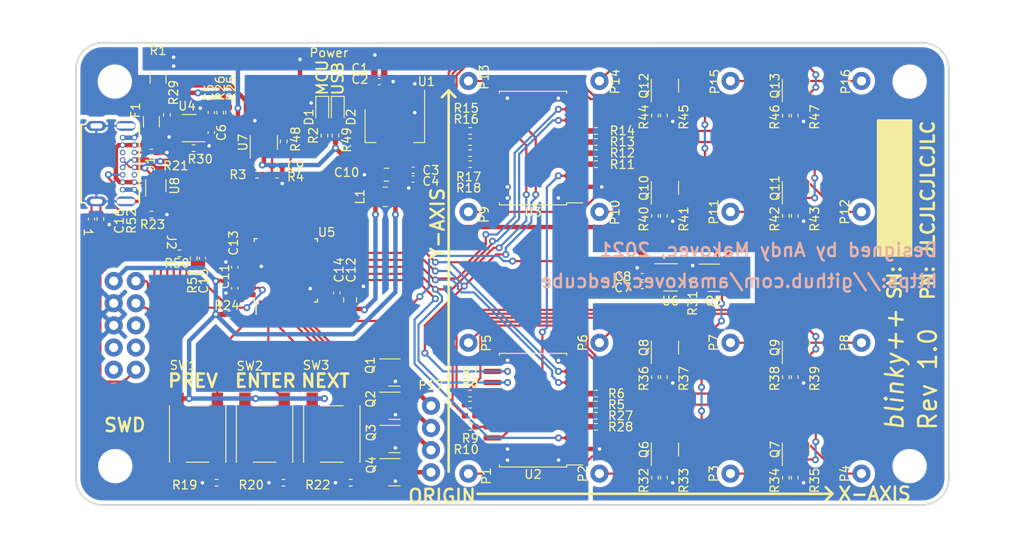
<source format=kicad_pcb>
(kicad_pcb (version 20210722) (generator pcbnew)
  (layers (0 "F.Cu" signal) (31 "B.Cu" signal) (34 "B.Paste" user) (35 "F.Paste" user) (36 "B.SilkS" user "B.Silkscreen") (37 "F.SilkS" user "F.Silkscreen") (38 "B.Mask" user) (39 "F.Mask" user) (44 "Edge.Cuts" user))
  (net 0 "")
  (net 1 "+3V3")
  (net 2 "Net-(C5-Pad1)")
  (net 3 "Net-(D1-Pad2)")
  (net 4 "+5V")
  (net 5 "VDDANA")
  (net 6 "GND")
  (net 7 "VDDCORE")
  (net 8 "USB_N")
  (net 9 "USB_P")
  (net 10 "U5V")
  (net 11 "USB_CC1")
  (net 12 "Net-(P17-Pad1)")
  (net 13 "USB_CC2")
  (net 14 "Net-(P17-Pad2)")
  (net 15 "LED_N_1")
  (net 16 "Net-(P17-Pad3)")
  (net 17 "LED_N_2")
  (net 18 "Net-(P17-Pad4)")
  (net 19 "LED_N_3")
  (net 20 "SHIFT2_SER_IN")
  (net 21 "SHIFT_SRCK")
  (net 22 "SHIFT_RCLK")
  (net 23 "SHIFT_G")
  (net 24 "SHIFT_SRCLR")
  (net 25 "SHIFT_SER_IN")
  (net 27 "SWDIO")
  (net 28 "SWCLK")
  (net 34 "NRST")
  (net 35 "Net-(P2-Pad1)")
  (net 36 "LED_N_0")
  (net 37 "Net-(P4-Pad1)")
  (net 38 "LED_0_0")
  (net 39 "LED_0_1")
  (net 40 "LED_0_2")
  (net 41 "LED_0_3")
  (net 42 "LED_1_0")
  (net 43 "LED_1_1")
  (net 44 "LED_1_2")
  (net 45 "LED_1_3")
  (net 46 "LED_2_0")
  (net 47 "LED_2_1")
  (net 48 "LED_2_2")
  (net 49 "LED_2_3")
  (net 50 "LED_3_0")
  (net 51 "LED_3_1")
  (net 52 "LED_3_2")
  (net 53 "LED_3_3")
  (net 55 "Net-(P16-Pad1)")
  (net 56 "Net-(Q5-Pad2)")
  (net 57 "BRIGHTNESS")
  (net 58 "BUTTON_1")
  (net 59 "BUTTON_2")
  (net 60 "BUTTON_3")
  (net 61 "BRIGHTNESS_ADC")
  (net 62 "Net-(R29-Pad2)")
  (net 63 "U5V_CSENSE")
  (net 68 "Net-(R31-Pad1)")
  (net 69 "Net-(P6-Pad1)")
  (net 70 "U5V_VSENSE")
  (net 71 "Net-(P8-Pad1)")
  (net 72 "Net-(P10-Pad1)")
  (net 73 "Net-(P12-Pad1)")
  (net 74 "Net-(P14-Pad1)")
  (net 75 "Net-(P1-Pad1)")
  (net 76 "Net-(P3-Pad1)")
  (net 77 "Net-(P5-Pad1)")
  (net 78 "Net-(P7-Pad1)")
  (net 79 "Net-(P9-Pad1)")
  (net 80 "Net-(P11-Pad1)")
  (net 81 "Net-(P13-Pad1)")
  (net 82 "Net-(P15-Pad1)")
  (net 83 "Net-(D2-Pad2)")
  (net 84 "Net-(Q6-Pad3)")
  (net 85 "Net-(Q8-Pad3)")
  (net 86 "Net-(Q8-Pad5)")
  (net 87 "Net-(Q9-Pad5)")
  (net 88 "Net-(Q10-Pad3)")
  (net 89 "Net-(Q10-Pad5)")
  (net 90 "Net-(Q11-Pad3)")
  (net 91 "Net-(Q11-Pad5)")
  (net 92 "Net-(Q12-Pad3)")
  (net 93 "Net-(Q12-Pad5)")
  (net 94 "Net-(Q13-Pad3)")
  (net 95 "Net-(Q13-Pad5)")
  (net 96 "Net-(Q6-Pad5)")
  (net 97 "Net-(Q7-Pad3)")
  (net 98 "Net-(Q7-Pad5)")
  (net 100 "Net-(J2-Pad10)")
  (net 101 "Net-(C9-Pad1)")
  (net 102 "Net-(F1-Pad1)")
  (net 103 "Net-(Q9-Pad3)")
  (net 106 "/SAMD21/USB_SHIELD")
  (footprint "Resistor_SMD:R_0402_1005Metric_Pad0.72x0.64mm_HandSolder" (layer "F.Cu") (at 178.562 50.3815 90)
    (fp_text reference "R46")
    (fp_text value "RC0402FR-0710KL")
  )
  (footprint "Capacitor_SMD:C_0805_2012Metric_Pad1.18x1.45mm_HandSolder" (layer "F.Cu") (at 128.6705 71.499 90)
    (fp_text reference "C12")
    (fp_text value "CL21A106KPCLQNC")
  )
  (footprint "Connector_custom:SSW-101-01-T-S" (layer "F.Cu") (at 187.219 76.41002 90)
    (fp_text reference "P8")
    (fp_text value "SSW-101-01-T-S")
  )
  (footprint "Button_Switch_SMD_custom:SW_Push_1P1T_NO_6x6mm_H9.5mm" (layer "F.Cu") (at 111.216 86.868 -90)
    (fp_text reference "SW1")
    (fp_text value "PTS645SH50SMTR92 LFS")
  )
  (footprint "Resistor_SMD:R_0402_1005Metric_Pad0.72x0.64mm_HandSolder" (layer "F.Cu") (at 156.8145 53.40902)
    (fp_text reference "R13")
    (fp_text value "RC0402JR-070RP")
  )
  (footprint "Connector_custom:SSW-101-01-T-S" (layer "F.Cu") (at 157.219 91.41002 90)
    (fp_text reference "P2")
    (fp_text value "SSW-101-01-T-S")
  )
  (footprint "Resistor_SMD:R_0402_1005Metric_Pad0.72x0.64mm_HandSolder" (layer "F.Cu") (at 142.4115 84.77802 180)
    (fp_text reference "R9")
    (fp_text value "RC0402JR-070RP")
  )
  (footprint "Resistor_SMD:R_0402_1005Metric_Pad0.72x0.64mm_HandSolder" (layer "F.Cu") (at 142.4115 86.04802 180)
    (fp_text reference "R10")
    (fp_text value "RC0402JR-070RP")
  )
  (footprint "Package_TO_SOT_SMD:SOT-363_SC-70-6" (layer "F.Cu") (at 106.426 58.42 90)
    (fp_text reference "U8")
    (fp_text value "D3V3F4U6S")
  )
  (footprint "Resistor_SMD:R_0402_1005Metric_Pad0.72x0.64mm_HandSolder" (layer "F.Cu") (at 142.4115 55.94902 180)
    (fp_text reference "R18")
    (fp_text value "RC0402JR-070RP")
  )
  (footprint "Resistor_SMD:R_0402_1005Metric_Pad0.72x0.64mm_HandSolder" (layer "F.Cu") (at 163.576 50.3815 90)
    (fp_text reference "R44")
    (fp_text value "RC0402FR-0710KL")
  )
  (footprint "Resistor_SMD:R_0402_1005Metric_Pad0.72x0.64mm_HandSolder" (layer "F.Cu") (at 107.696 50.292 -90)
    (fp_text reference "R29")
    (fp_text value "RC0402FR-071K5L")
  )
  (footprint "Capacitor_SMD:C_0402_1005Metric_Pad0.74x0.62mm_HandSolder" (layer "F.Cu") (at 112.776 52.324 -90)
    (fp_text reference "C6")
    (fp_text value "GCM155R71H103KA55D")
  )
  (footprint "Resistor_SMD:R_0402_1005Metric_Pad0.72x0.64mm_HandSolder" (layer "F.Cu") (at 120.3065 57.15)
    (fp_text reference "R4")
    (fp_text value "RC0402FR-0720KL")
  )
  (footprint "Capacitor_SMD:C_0402_1005Metric_Pad0.74x0.62mm_HandSolder" (layer "F.Cu") (at 132.0095 46.482)
    (fp_text reference "C2")
    (fp_text value "GRM155R71H104KE14D")
  )
  (footprint "Resistor_SMD:R_0402_1005Metric_Pad0.72x0.64mm_HandSolder" (layer "F.Cu") (at 156.8145 83.50802)
    (fp_text reference "R5")
    (fp_text value "RC0402JR-070RP")
  )
  (footprint "Package_TO_SOT_SMD:SOT-23-5" (layer "F.Cu") (at 165.354 68.920075)
    (fp_text reference "U6")
    (fp_text value "MCP6L01Rx-xOT")
  )
  (footprint "Package_SO:SOIC-20W_7.5x12.8mm_P1.27mm" (layer "F.Cu") (at 149.613 54.102 180)
    (fp_text reference "U3")
    (fp_text value "TPIC6595")
  )
  (footprint "Resistor_SMD:R_0402_1005Metric_Pad0.72x0.64mm_HandSolder" (layer "F.Cu") (at 178.562 61.880075 90)
    (fp_text reference "R42")
    (fp_text value "RC0402FR-0710KL")
  )
  (footprint "Capacitor_SMD:C_0402_1005Metric_Pad0.74x0.62mm_HandSolder" (layer "F.Cu") (at 115.4625 70.1635 -90)
    (fp_text reference "C11")
    (fp_text value "GRM155R71H104KE14D")
  )
  (footprint "Resistor_SMD:R_0402_1005Metric_Pad0.72x0.64mm_HandSolder" (layer "F.Cu") (at 100.076 62.23 -90)
    (fp_text reference "R52")
    (fp_text value "CRGCQ0402F1M0")
  )
  (footprint "Connector_custom:SSW-101-01-T-S" (layer "F.Cu") (at 187.219 91.41002 90)
    (fp_text reference "P4")
    (fp_text value "SSW-101-01-T-S")
  )
  (footprint "Resistor_SMD:R_0402_1005Metric_Pad0.72x0.64mm_HandSolder" (layer "F.Cu") (at 125.73 52.6675 90)
    (fp_text reference "R2")
    (fp_text value "RC0402JR-071KL")
  )
  (footprint "Button_Switch_SMD_custom:SW_Push_1P1T_NO_6x6mm_H9.5mm" (layer "F.Cu") (at 118.872 86.868 -90)
    (fp_text reference "SW2")
    (fp_text value "PTS645SH50SMTR92 LFS")
  )
  (footprint "LED_SMD:LED_0603_1608Metric_Pad1.05x0.95mm_HandSolder" (layer "F.Cu") (at 125.476 49.8355 -90)
    (fp_text reference "D1")
    (fp_text value "150060RS75000")
  )
  (footprint "Capacitor_SMD:C_0402_1005Metric_Pad0.74x0.62mm_HandSolder" (layer "F.Cu") (at 115.4625 67.7585 90)
    (fp_text reference "C13")
    (fp_text value "CC0402KRX5R5BB105")
  )
  (footprint "Resistor_SMD:R_0402_1005Metric_Pad0.72x0.64mm_HandSolder" (layer "F.Cu") (at 178.562 91.880075 90)
    (fp_text reference "R34")
    (fp_text value "RC0402FR-0710KL")
  )
  (footprint "Package_TO_SOT_SMD:SOT-23" (layer "F.Cu") (at 133.738 91.25502)
    (fp_text reference "Q4")
    (fp_text value "DMG2302U")
  )
  (footprint "Connector_custom:SSW-104-01-T-S" (layer "F.Cu") (at 137.929418 83.63502 -90)
    (fp_text reference "P17")
    (fp_text value "SSW-104-01-T-S")
  )
  (footprint "Resistor_SMD:R_0402_1005Metric_Pad0.72x0.64mm_HandSolder" (layer "F.Cu") (at 105.918 54.61)
    (fp_text reference "R21")
    (fp_text value "RC0402FR-075K1L")
  )
  (footprint "Resistor_SMD:R_0402_1005Metric_Pad0.72x0.64mm_HandSolder" (layer "F.Cu") (at 142.4115 53.40902 180)
    (fp_text reference "R16")
    (fp_text value "RC0402JR-070RP")
  )
  (footprint "Connector_custom:SSW-101-01-T-S" (layer "F.Cu") (at 172.219 46.41002 90)
    (fp_text reference "P15")
    (fp_text value "SSW-101-01-T-S")
  )
  (footprint "MountingHole_standoffs:HEX_STANDOFF_4-40_NYLON_0.5in" (layer "F.Cu") (at 192.73299 90.551)
    (fp_text reference "REF4" hide)
    (fp_text value "HEX_STANDOFF_4-40_NYLON_0.5in")
  )
  (footprint "Resistor_SMD:R_0402_1005Metric_Pad0.72x0.64mm_HandSolder" (layer "F.Cu") (at 163.576 80.3535 90)
    (fp_text reference "R36")
    (fp_text value "RC0402FR-0710KL")
  )
  (footprint "Resistor_SMD:R_0402_1005Metric_Pad0.72x0.64mm_HandSolder" (layer "F.Cu") (at 164.592 91.880075 90)
    (fp_text reference "R33")
    (fp_text value "RC0402FR-0710KL")
  )
  (footprint "Resistor_SMD:R_0402_1005Metric_Pad0.72x0.64mm_HandSolder" (layer "F.Cu") (at 156.8145 52.13902)
    (fp_text reference "R14")
    (fp_text value "RC0402JR-070RP")
  )
  (footprint "Package_TO_SOT_SMD:SOT-23" (layer "F.Cu") (at 170.307 68.961)
    (fp_text reference "Q5")
    (fp_text value "PMBT3904")
  )
  (footprint "MountingHole_standoffs:HEX_STANDOFF_4-40_NYLON_0.5in" (layer "F.Cu") (at 101.727 46.482)
    (fp_text reference "REF1" hide)
    (fp_text value "HEX_STANDOFF_4-40_NYLON_0.5in")
  )
  (footprint "Capacitor_SMD:C_0402_1005Metric_Pad0.74x0.62mm_HandSolder" (layer "F.Cu") (at 132.0095 45.466)
    (fp_text reference "C1")
    (fp_text value "CC0402KRX5R5BB105")
  )
  (footprint "Connector_custom:SSW-101-01-T-S" (layer "F.Cu") (at 187.219 61.41002 90)
    (fp_text reference "P12")
    (fp_text value "SSW-101-01-T-S")
  )
  (footprint "Connector_custom:SSW-101-01-T-S" (layer "F.Cu") (at 172.219 76.41002 90)
    (fp_text reference "P7")
    (fp_text value "SSW-101-01-T-S")
  )
  (footprint "LED_SMD:LED_0603_1608Metric_Pad1.05x0.95mm_HandSolder" (layer "F.Cu") (at 127.254 49.8355 -90)
    (fp_text reference "D2")
    (fp_text value "150060RS75000")
  )
  (footprint "Package_QFP:TQFP-32_7x7mm_P0.8mm" (layer "F.Cu") (at 121.3045 68.116 90)
    (fp_text reference "U5")
    (fp_text value "ATSAMD21E15B-A")
  )
  (footprint "Connector_custom:SSW-101-01-T-S" (layer "F.Cu") (at 142.219 46.41002 90)
    (fp_text reference "P13")
    (fp_text value "SSW-101-01-T-S")
  )
  (footprint "Connector_custom:GCT_USB4085-GF-A_REVA" (layer "F.Cu") (at 99.949 55.887 -90)
    (fp_text reference "J1")
    (fp_text value "USB4085-GF-A_REVA")
  )
  (footprint "Connector_custom:SSW-101-01-T-S" (layer "F.Cu") (at 172.219 61.41002 90)
    (fp_text reference "P11")
    (fp_text value "SSW-101-01-T-S")
  )
  (footprint "Resistor_SMD:R_0402_1005Metric_Pad0.72x0.64mm_HandSolder" (layer "F.Cu") (at 142.4115 54.67902 180)
    (fp_text reference "R17")
    (fp_text value "RC0402JR-070RP")
  )
  (footprint "Connector_custom:SSW-101-01-T-S" (layer "F.Cu") (at 157.219 76.41002 90)
    (fp_text reference "P6")
    (fp_text value "SSW-101-01-T-S")
  )
  (footprint "Package_TO_SOT_SMD:SOT-23" (layer "F.Cu") (at 133.738 79.82502)
    (fp_text reference "Q1")
    (fp_text value "DMG2302U")
  )
  (footprint "Resistor_SMD:R_0402_1005Metric_Pad0.72x0.64mm_HandSolder" (layer "F.Cu") (at 179.578 50.3815 90)
    (fp_text reference "R47")
    (fp_text value "RC0402FR-0710KL")
  )
  (footprint "Capacitor_SMD:C_0402_1005Metric_Pad0.74x0.62mm_HandSolder" (layer "F.Cu") (at 162.1195 68.834 180)
    (fp_text reference "C8")
    (fp_text value "GCM155R71H103KA55D")
  )
  (footprint "Resistor_SMD:R_0402_1005Metric_Pad0.72x0.64mm_HandSolder" (layer "F.Cu") (at 164.592 50.3815 90)
    (fp_text reference "R45")
    (fp_text value "RC0402FR-0710KL")
  )
  (footprint "Connector_custom:SSW-101-01-T-S" (layer "F.Cu") (at 142.219 91.41002 90)
    (fp_text reference "P1")
    (fp_text value "SSW-101-01-T-S")
  )
  (footprint "Resistor_SMD:R_0402_1005Metric_Pad0.72x0.64mm_HandSolder" (layer "F.Cu") (at 179.578 91.880075 90)
    (fp_text reference "R35")
    (fp_text value "RC0402FR-0710KL")
  )
  (footprint "Connector_custom:SSW-101-01-T-S" (layer "F.Cu") (at 187.219 46.41002 90)
    (fp_text reference "P16")
    (fp_text value "SSW-101-01-T-S")
  )
  (footprint "Capacitor_SMD:C_0402_1005Metric_Pad0.74x0.62mm_HandSolder" (layer "F.Cu") (at 135.89 57.658 180)
    (fp_text reference "C4")
    (fp_text value "CC0402KRX5R5BB105")
  )
  (footprint "Package_SO_custom:SC-74-6_1.5x2.9mm_P0.95mm" (layer "F.Cu") (at 164.717418 76.960075 90)
    (fp_text reference "Q8")
    (fp_text value "BCM53DSX")
  )
  (footprint "Inductor_SMD:L_1008_2520Metric_Pad1.43x2.20mm_HandSolder" (layer "F.Cu") (at 132.6955 59.69 180)
    (fp_text reference "L1")
    (fp_text value "CBC2518T100M")
  )
  (footprint "Resistor_SMD:R_0402_1005Metric_Pad0.72x0.64mm_HandSolder" (layer "F.Cu") (at 178.562 80.3535 90)
    (fp_text reference "R38")
    (fp_text value "RC0402FR-0710KL")
  )
  (footprint "Resistor_SMD:R_0402_1005Metric_Pad0.72x0.64mm_HandSolder" (layer "F.Cu") (at 113.792 50.038 90)
    (fp_text reference "R26")
    (fp_text value "RC0402FR-0782KL")
  )
  (footprint "Package_SO_custom:SC-74-6_1.5x2.9mm_P0.95mm" (layer "F.Cu") (at 164.717418 88.646 90)
    (fp_text reference "Q6")
    (fp_text value "BCM53DSX")
  )
  (footprint "Resistor_SMD:R_0402_1005Metric_Pad0.72x0.64mm_HandSolder" (layer "F.Cu") (at 142.4115 82.23802 180)
    (fp_text reference "R7")
    (fp_text value "RC0402JR-070RP")
  )
  (footprint "Package_SO_custom:SC-74-6_1.5x2.9mm_P0.95mm" (layer "F.Cu") (at 179.717418 88.646 90)
    (fp_text reference "Q7")
    (fp_text value "BCM53DSX")
  )
  (footprint "MountingHole_standoffs:HEX_STANDOFF_4-40_NYLON_0.5in" (layer "F.Cu") (at 101.78001 90.551)
    (fp_text reference "REF3" hide)
    (fp_text value "HEX_STANDOFF_4-40_NYLON_0.5in")
  )
  (footprint "Resistor_SMD:R_0402_1005Metric_Pad0.72x0.64mm_HandSolder" (layer "F.Cu") (at 156.8145 86.04802)
    (fp_text reference "R28")
    (fp_text value "RC0402JR-070RP")
  )
  (footprint "Capacitor_SMD:C_0402_1005Metric_Pad0.74x0.62mm_HandSolder" (layer "F.Cu") (at 99.06 62.23 -90)
    (fp_text reference "C16")
    (fp_text value "GCM155R72A472KA37D")
  )
  (footprint "Resistor_SMD:R_0402_1005Metric_Pad0.72x0.64mm_HandSolder" (layer "F.Cu") (at 118.0205 57.15)
    (fp_text reference "R3")
    (fp_text value "RC0402FR-07150KL")
  )
  (footprint "Resistor_SMD:R_0402_1005Metric_Pad0.72x0.64mm_HandSolder" (layer "F.Cu") (at 110.754 66.7345 90)
    (fp_text reference "R51")
    (fp_text value "RK73H1ETTP2201F")
  )
  (footprint "Resistor_SMD:R_0402_1005Metric_Pad0.72x0.64mm_HandSolder" (layer "F.Cu") (at 127 52.6675 90)
    (fp_text reference "R49")
    (fp_text value "RC0402JR-071KL")
  )
  (footprint "Resistor_SMD:R_0402_1005Metric_Pad0.72x0.64mm_HandSolder" (layer "F.Cu") (at 109.1305 66.167)
    (fp_text reference "R50")
    (fp_text value "RC0402FR-07330RL")
  )
  (footprint "Connector_custom:SSW-101-01-T-S" (layer "F.Cu") (at 172.219 91.41002 90)
    (fp_text reference "P3")
    (fp_text value "SSW-101-01-T-S")
  )
  (footprint "Capacitor_SMD:C_0402_1005Metric_Pad0.74x0.62mm_HandSolder" (layer "F.Cu") (at 111.77 66.7345 90)
    (fp_text reference "C15")
    (fp_text value "GRM1555C1H101JA01J")
  )
  (footprint "Package_SO_custom:SC-74-6_1.5x2.9mm_P0.95mm" (layer "F.Cu") (at 164.717418 58.674 90)
    (fp_text reference "Q10")
    (fp_text value "BCM53DSX")
  )
  (footprint "Resistor_SMD:R_0402_1005Metric_Pad0.72x0.64mm_HandSolder" (layer "F.Cu") (at 113.381 92.456)
    (fp_text reference "R19")
    (fp_text value "RC0402JR-0710KL")
  )
  (footprint "Package_TO_SOT_SMD:SOT-23-5" (layer "F.Cu") (at 110.236 51.816 180)
    (fp_text reference "U4")
    (fp_text value "MCP6L01Rx-xOT")
  )
  (footprint "Fuse:Fuse_1206_3216Metric_Pad1.42x1.75mm_HandSolder" (layer "F.Cu") (at 105.918 51.0905 90)
    (fp_text reference "F1")
    (fp_text value "0685T5000")
  )
  (footprint "Package_TO_SOT_SMD:SOT-223-3_TabPin2" (layer "F.Cu") (at 133.7875 51.562 -90)
    (fp_text reference "U1")
    (fp_text value "LD1117S33TR_SOT223")
  )
  (footprint "Package_SO_custom:SC-74-6_1.5x2.9mm_P0.95mm" (layer "F.Cu") (at 179.717418 58.674 90)
    (fp_text reference "Q11")
    (fp_text value "BCM53DSX")
  )
  (footprint "Resistor_SMD:R_0402_1005Metric_Pad0.72x0.64mm_HandSolder" (layer "F.Cu") (at 164.592 80.3535 90)
    (fp_text reference "R37")
    (fp_text value "RC0402FR-0710KL")
  )
  (footprint "Resistor_SMD:R_0402_1005Metric_Pad0.72x0.64mm_HandSolder" (layer "F.Cu") (at 179.578 61.880075 90)
    (fp_text reference "R43")
    (fp_text value "RC0402FR-0710KL")
  )
  (footprint "Package_TO_SOT_SMD:SOT-23-5" (layer "F.Cu") (at 118.7945 53.456 90)
    (fp_text reference "U7")
    (fp_text value "MCP6L01Rx-xOT")
  )
  (footprint "Connector_custom:SSW-101-01-T-S" (layer "F.Cu") (at 142.219 76.41002 90)
    (fp_text reference "P5")
    (fp_text value "SSW-101-01-T-S")
  )
  (footprint "Resistor_SMD:R_0402_1005Metric_Pad0.72x0.64mm_HandSolder" (layer "F.Cu") (at 156.8145 82.23802)
    (fp_text reference "R6")
    (fp_text value "RC0402JR-070RP")
  )
  (footprint "Resistor_SMD:R_0402_1005Metric_Pad0.72x0.64mm_HandSolder" (layer "F.Cu") (at 163.576 61.880075 90)
    (fp_text reference "R40")
    (fp_text value "RC0402FR-0710KL")
  )
  (footprint "Resistor_SMD:R_0402_1005Metric_Pad0.72x0.64mm_HandSolder" (layer "F.Cu") (at 114.808 50.038 -90)
    (fp_text reference "R25")
    (fp_text value "RC0402FR-071KL")
  )
  (footprint "Capacitor_SMD:C_0402_1005Metric_Pad0.74x0.62mm_HandSolder" (layer "F.Cu") (at 120.3065 56.134)
    (fp_text reference "C9")
    (fp_text value "GCM155R71H103KA55D")
  )
  (footprint "Resistor_SMD:R_0402_1005Metric_Pad0.72x0.64mm_HandSolder" (layer "F.Cu") (at 110.744 54.102)
    (fp_text reference "R30")
    (fp_text value "RC0402FR-07100KL")
  )
  (footprint "Resistor_SMD:R_0402_1005Metric_Pad0.72x0.64mm_HandSolder" (layer "F.Cu") (at 121.037 92.456)
    (fp_text reference "R20")
    (fp_text value "RC0402JR-0710KL")
  )
  (footprint "Capacitor_SMD:C_0402_1005Metric_Pad0.74x0.62mm_HandSolder" (layer "F.Cu") (at 162.1195 69.85 180)
    (fp_text reference "C7")
    (fp_text value "GCM155R71H103KA55D")
  )
  (footprint "Resistor_SMD:R_0402_1005Metric_Pad0.72x0.64mm_HandSolder" (layer "F.Cu") (at 114.808 73.152)
    (fp_text reference "R24")
    (fp_text value "RC0402JR-071KL")
  )
  (footprint "Package_SO_custom:SC-74-6_1.5x2.9mm_P0.95mm" (layer "F.Cu") (at 179.717418 46.960075 90)
    (fp_text reference "Q13")
    (fp_text value "BCM53DSX")
  )
  (footprint "Resistor_SMD:R_0402_1005Metric_Pad0.72x0.64mm_HandSolder" (layer "F.Cu") (at 121.0685 53.34 90)
    (fp_text reference "R48")
    (fp_text value "RC0402JR-070RP")
  )
  (footprint "Resistor_SMD:R_0402_1005Metric_Pad0.72x0.64mm_HandSolder" (layer "F.Cu") (at 164.592 61.880075 90)
    (fp_text reference "R41")
    (fp_text value "RC0402FR-0710KL")
  )
  (footprint "Connector_custom:SSW-101-01-T-S" (layer "F.Cu") (at 157.219 46.41002 90)
    (fp_text reference "P14")
    (fp_text value "SSW-101-01-T-S")
  )
  (footprint "Resistor_SMD:R_0402_1005Metric_Pad0.72x0.64mm_HandSolder" (layer "F.Cu") (at 128.742 92.456)
    (fp_text reference "R22")
    (fp_text value "RC0402JR-0710KL")
  )
  (footprint "Capacitor_SMD:C_0805_2012Metric_Pad1.18x1.45mm_HandSolder" (layer "F.Cu") (at 132.8205 57.15 180)
    (fp_text reference "C10")
    (fp_text value "CL21A106KPCLQNC")
  )
  (footprint "Connector_custom:SSW-101-01-T-S" (layer "F.Cu") (at 157.219 61.41002 90)
    (fp_text reference "P10")
    (fp_text value "SSW-101-01-T-S")
  )
  (footprint "Resistor_SMD:R_0402_1005Metric_Pad0.72x0.64mm_HandSolder" (layer "F.Cu") (at 156.8145 84.77802)
    (fp_text reference "R27")
    (fp_text value "RC0402JR-070RP")
  )
  (footprint "Capacitor_SMD:C_0402_1005Metric_Pad0.74x0.62mm_HandSolder" (layer "F.Cu") (at 135.89 56.642 180)
    (fp_text reference "C3")
    (fp_text value "GRM155R71H104KE14D")
  )
  (footprint "Connector_custom:SSW-101-01-T-S" (layer "F.Cu") (at 142.219 61.41002 90)
    (fp_text reference "P9")
    (fp_text value "SSW-101-01-T-S")
  )
  (footprint "Resistor_SMD:R_0402_1005Metric_Pad0.72x0.64mm_HandSolder" (layer "F.Cu") (at 156.8145 55.94902)
    (fp_text reference "R11")
    (fp_text value "RC0402JR-070RP")
  )
  (footprint "Package_SO:SOIC-20W_7.5x12.8mm_P1.27mm" (layer "F.Cu") (at 149.613 84.14302 180)
    (fp_text reference "U2")
    (fp_text value "TPIC6595")
  )
  (footprint "Resistor_SMD:R_0402_1005Metric_Pad0.72x0.64mm_HandSolder" (layer "F.Cu") (at 179.578 80.3535 90)
    (fp_text reference "R39")
    (fp_text value "RC0402FR-0710KL")
  )
  (footprint "Resistor_SMD:R_0402_1005Metric_Pad0.72x0.64mm_HandSolder" (layer "F.Cu") (at 105.918 61.722)
    (fp_text reference "R23")
    (fp_text value "RC0402FR-075K1L")
  )
  (footprint "Button_Switch_SMD_custom:SW_Push_1P1T_NO_6x6mm_H9.5mm" (layer "F.Cu") (at 126.577 86.868 -90)
    (fp_text reference "SW3")
    (fp_text value "PTS645SH50SMTR92 LFS")
  )
  (footprint "Resistor_SMD:R_0402_1005Metric_Pad0.72x0.64mm_HandSolder" (layer "F.Cu") (at 156.8145 54.67902)
    (fp_text reference "R12")
    (fp_text value "RC0402JR-070RP")
  )
  (footprint "MountingHole_standoffs:HEX_STANDOFF_4-40_NYLON_0.5in" (layer "F.Cu") (at 192.73299 46.482)
    (fp_text reference "REF2" hide)
    (fp_text value "HEX_STANDOFF_4-40_NYLON_0.5in")
  )
  (footprint "Package_SO_custom:SC-74-6_1.5x2.9mm_P0.95mm" (layer "F.Cu") (at 179.717418 76.960075 90)
    (fp_text reference "Q9")
    (fp_text value "BCM53DSX")
  )
  (footprint "Resistor_SMD:R_0402_1005Metric_Pad0.72x0.64mm_HandSolder" (layer "F.Cu") (at 167.894 69.2525 90)
    (fp_text reference "R31")
    (fp_text value "RC0402FR-076K2L")
  )
  (footprint "Capacitor_SMD:C_0402_1005Metric_Pad0.74x0.62mm_HandSolder" (layer "F.Cu") (at 112.776 50.038 90)
    (fp_text reference "C5")
    (fp_text value "GCM155R71H103KA55D")
  )
  (footprint "Package_TO_SOT_SMD:SOT-23" (layer "F.Cu") (at 133.738 83.63502)
    (fp_text reference "Q2")
    (fp_text value "DMG2302U")
  )
  (footprint "Resistor_SMD:R_0402_1005Metric_Pad0.72x0.64mm_HandSolder" (layer "F.Cu") (at 142.4115 83.50802 180)
    (fp_text reference "R8")
    (fp_text value "RC0402JR-070RP")
  )
  (footprint "Connector_custom:TST-105-01-T-D" (layer "F.Cu") (at 104.14 69.342 -90)
    (fp_text reference "J2")
    (fp_text value "Conn_ARM_JTAG_SWD_10")
  )
  (footprint "Capacitor_SMD:C_0402_1005Metric_Pad0.74x0.62mm_HandSolder" (layer "F.Cu") (at 127.1465 70.699 90)
    (fp_text reference "C14")
    (fp_text value "GRM155R71H104KE14D")
  )
  (footprint "Resistor_SMD:R_0402_1005Metric_Pad0.72x0.64mm_HandSolder" (layer "F.Cu") (at 142.4115 52.13902 180)
    (fp_text reference "R15")
    (fp_text value "RC0402JR-070RP")
  )
  (footprint "Package_SO_custom:SC-74-6_1.5x2.9mm_P0.95mm" (layer "F.Cu") (at 164.717418 46.960075 90)
    (fp_text reference "Q12")
    (fp_text value "BCM53DSX")
  )
  (footprint "Package_TO_SOT_SMD:SOT-23" (layer "F.Cu") (at 133.738 87.44502)
    (fp_text reference "Q3")
    (fp_text value "DMG2302U")
  )
  (footprint "Resistor_SMD:R_1206_3216Metric_Pad1.30x1.75mm_HandSolder" (layer "F.Cu") (at 106.68 45.948 90)
    (fp_text reference "R1")
    (fp_text value "CFG0612-FX-R010ELF")
  )
  (footprint "Resistor_SMD:R_0402_1005Metric_Pad0.72x0.64mm_HandSolder" (layer "F.Cu") (at 163.576 91.880075 90)
    (fp_text reference "R32")
    (fp_text value "RC0402FR-0710KL")
  )
  (gr_line (start 139.954 47.498) (end 139.192 48.26) (layer "F.SilkS") (width 0.3))
  (gr_line (start 183.896 93.726) (end 183.134 92.964) (layer "F.SilkS") (width 0.3))
  (gr_line (start 143.256 93.726) (end 183.896 93.726) (layer "F.SilkS") (width 0.3))
  (gr_line (start 183.896 93.726) (end 183.134 94.488) (layer "F.SilkS") (width 0.3))
  (gr_line (start 139.954 47.498) (end 140.716 48.26) (layer "F.SilkS") (width 0.3))
  (gr_line (start 139.954 91.186) (end 139.954 47.498) (layer "F.SilkS") (width 0.3))
  (gr_line (start 197.227261 91.951739) (end 197.231 45.085) (layer "Edge.Cuts") (width 0.2))
  (gr_arc (start 194.183 45.084997) (end 194.183 42.037) (angle 90) (layer "Edge.Cuts") (width 0.2))
  (gr_line (start 100.326261 94.992261) (end 194.179261 94.999739) (layer "Edge.Cuts") (width 0.2))
  (gr_line (start 194.183 42.037) (end 100.326261 42.033261) (layer "Edge.Cuts") (width 0.2))
  (gr_arc (start 100.326261 91.944264) (end 100.326261 94.992261) (angle 90) (layer "Edge.Cuts") (width 0.2))
  (gr_arc (start 100.326258 45.081261) (end 97.278261 45.081261) (angle 90) (layer "Edge.Cuts") (width 0.2))
  (gr_line (start 97.278261 45.081261) (end 97.278261 91.944261) (layer "Edge.Cuts") (width 0.2))
  (gr_arc (start 194.179264 91.951739) (end 197.227261 91.951739) (angle 90) (layer "Edge.Cuts") (width 0.2))
  (gr_text "https://github.com/amakovec/ledcube" (at 196.088 69.342) (layer "B.SilkS") (effects (font (size 1.524 1.524) (thickness 0.2794)) (justify left mirror)))
  (gr_text "Designed by Andy Makovec, 2021" (at 196.088 65.786) (layer "B.SilkS") (effects (font (size 1.524 1.524) (thickness 0.2794)) (justify left mirror)))
  (gr_text "MCU" (at 125.476 48.1755 90) (layer "F.SilkS") (effects (font (size 1.27 1.27) (thickness 0.2032)) (justify left)))
  (gr_text "Rev 1.0" (at 194.818 86.614 90) (layer "F.SilkS") (effects (font (size 2.032 2.032) (thickness 0.2794)) (justify left)))
  (gr_text "Power" (at 126.238 43.18) (layer "F.SilkS") (effects (font (size 1 1))))
  (gr_text "X-AXIS" (at 188.722 93.726) (layer "F.SilkS") (effects (font (size 1.524 1.524) (thickness 0.2794))))
  (gr_text "blinky++" (at 191.008 86.614 90) (layer "F.SilkS") (effects (font (size 2.032 2.032) (thickness 0.2794) italic) (justify left)))
  (gr_text "JLCJLCJLCJLC" (at 194.818 50.8 90) (layer "F.SilkS") (effects (font (size 1.5 1.5) (thickness 0.3)) (justify right)))
  (gr_text "SWD" (at 102.87 85.852) (layer "F.SilkS") (effects (font (size 1.524 1.524) (thickness 0.2794))))
  (gr_text "1" (at 98.679 63.754 270) (layer "F.SilkS") (effects (font (size 1 1))))
  (gr_text "USB" (at 127.254 48.1755 90) (layer "F.SilkS") (effects (font (size 1.27 1.27) (thickness 0.2032)) (justify left)))
  (gr_text "ENTER" (at 115.316 80.772) (layer "F.SilkS") (effects (font (size 1.5 1.5) (thickness 0.3)) (justify left)))
  (gr_text "PN: " (at 194.818 66.294 90) (layer "F.SilkS") (effects (font (size 1.524 1.524) (thickness 0.2794)) (justify right)))
  (gr_text "Y-AXIS" (at 138.684 62.738 90) (layer "F.SilkS") (effects (font (size 1.524 1.524) (thickness 0.2794))))
  (gr_text "PREV" (at 107.66 80.772) (layer "F.SilkS") (effects (font (size 1.5 1.5) (thickness 0.3)) (justify left)))
  (gr_text "ORIGIN" (at 139.192 93.98) (layer "F.SilkS") (effects (font (size 1.524 1.524) (thickness 0.2794))))
  (gr_text "NEXT" (at 122.9 80.772) (layer "F.SilkS") (effects (font (size 1.5 1.5) (thickness 0.3)) (justify left)))
  (gr_text "SN: " (at 191.008 66.294 90) (layer "F.SilkS") (effects (font (size 1.524 1.524) (thickness 0.2794)) (justify right)))
  (segment (start 111.74 67.332) (end 111.77 67.302) (width 0.508) (layer "F.Cu") (net 1))
  (segment (start 115.4625 69.596) (end 115.7425 69.316) (width 0.508) (layer "F.Cu") (net 1))
  (segment (start 116.711 82.804) (end 116.622 82.893) (width 0.508) (layer "F.Cu") (net 1))
  (segment (start 164.2165 68.920075) (end 162.773075 68.920075) (width 0.508) (layer "F.Cu") (net 1))
  (segment (start 158.912489 63.154489) (end 141.132489 63.154489) (width 0.508) (layer "F.Cu") (net 1))
  (segment (start 136.4575 56.642) (end 136.4575 57.658) (width 0.508) (layer "F.Cu") (net 1))
  (segment (start 117.856 82.804) (end 116.711 82.804) (width 0.508) (layer "F.Cu") (net 1))
  (segment (start 116.622 82.893) (end 116.622 90.843) (width 0.508) (layer "F.Cu") (net 1))
  (segment (start 141.132489 63.154489) (end 136.4575 58.4795) (width 0.508) (layer "F.Cu") (net 1))
  (segment (start 115.2085 69.342) (end 115.4625 69.596) (width 0.508) (layer "F.Cu") (net 1))
  (segment (start 134.6875 54.712) (end 136.4575 56.482) (width 0.508) (layer "F.Cu") (net 1))
  (segment (start 133.7875 54.712) (end 133.7875 57.0795) (width 0.508) (layer "F.Cu") (net 1))
  (segment (start 127 54.102) (end 127 53.1755) (width 0.508) (layer "F.Cu") (net 1))
  (segment (start 133.7875 54.712) (end 133.7875 48.412) (width 0.508) (layer "F.Cu") (net 1))
  (segment (start 133.858 57.15) (end 133.858 59.69) (width 0.508) (layer "F.Cu") (net 1))
  (segment (start 115.7425 69.316) (end 117.0545 69.316) (width 0.508) (layer "F.Cu") (net 1))
  (segment (start 133.7875 57.0795) (end 133.858 57.15) (width 0.508) (layer "F.Cu") (net 1))
  (segment (start 133.7875 54.712) (end 127.61 54.712) (width 0.508) (layer "F.Cu") (net 1))
  (segment (start 113.284 69.342) (end 115.2085 69.342) (width 0.508) (layer "F.Cu") (net 1))
  (segment (start 162.687 66.929) (end 158.912489 63.154489) (width 0.508) (layer "F.Cu") (net 1))
  (segment (start 118.7945 55.868) (end 118.618 56.0445) (width 0.508) (layer "F.Cu") (net 1))
  (segment (start 110.236 82.804) (end 109.055 82.804) (width 0.508) (layer "F.Cu") (net 1))
  (segment (start 136.4575 58.4795) (end 136.4575 57.658) (width 0.508) (layer "F.Cu") (net 1))
  (segment (start 127.61 54.712) (end 127 54.102) (width 0.508) (layer "F.Cu") (net 1))
  (segment (start 124.327 82.893) (end 124.327 90.843) (width 0.508) (layer "F.Cu") (net 1))
  (segment (start 111.77 67.302) (end 111.77 67.828) (width 0.508) (layer "F.Cu") (net 1))
  (segment (start 133.7875 54.712) (end 134.6875 54.712) (width 0.508) (layer "F.Cu") (net 1))
  (segment (start 133.858 61.722) (end 133.858 59.69) (width 0.508) (layer "F.Cu") (net 1))
  (segment (start 162.773075 68.920075) (end 162.687 68.834) (width 0.508) (layer "F.Cu") (net 1))
  (segment (start 109.055 82.804) (end 108.966 82.893) (width 0.508) (layer "F.Cu") (net 1))
  (segment (start 125.73 82.804) (end 124.416 82.804) (width 0.508) (layer "F.Cu") (net 1))
  (segment (start 108.966 82.893) (end 108.966 90.843) (width 0.508) (layer "F.Cu") (net 1))
  (segment (start 136.4575 56.482) (end 136.4575 56.642) (width 0.508) (layer "F.Cu") (net 1))
  (segment (start 111.77 67.828) (end 113.284 69.342) (width 0.508) (layer "F.Cu") (net 1))
  (segment (start 118.7945 54.5935) (end 118.7945 55.868) (width 0.508) (layer "F.Cu") (net 1))
  (segment (start 162.687 68.834) (end 162.687 66.929) (width 0.508) (layer "F.Cu") (net 1))
  (segment (start 124.416 82.804) (end 124.327 82.893) (width 0.508) (layer "F.Cu") (net 1))
  (segment (start 114.2105 73.152) (end 113.284 73.152) (width 0.508) (layer "F.Cu") (net 1))
  (segment (start 110.754 67.332) (end 111.74 67.332) (width 0.508) (layer "F.Cu") (net 1))
  (via (at 113.284 73.152) (size 0.8) (drill 0.4) (layers "F.Cu" "B.Cu") (net 1))
  (via (at 133.858 61.722) (size 0.8) (drill 0.4) (layers "F.Cu" "B.Cu") (net 1))
  (via (at 113.284 69.342) (size 0.8) (drill 0.4) (layers "F.Cu" "B.Cu") (net 1))
  (via (at 118.618 56.0445) (size 0.8) (drill 0.4) (layers "F.Cu" "B.Cu") (net 1))
  (via (at 110.236 82.804) (size 0.8) (drill 0.4) (layers "F.Cu" "B.Cu") (net 1))
  (via (at 127 54.102) (size 0.8) (drill 0.4) (layers "F.Cu" "B.Cu") (net 1))
  (via (at 117.856 82.804) (size 0.8) (drill 0.4) (layers "F.Cu" "B.Cu") (net 1))
  (via (at 125.73 82.804) (size 0.8) (drill 0.4) (layers "F.Cu" "B.Cu") (net 1))
  (segment (start 129.032 75.438) (end 133.858 70.612) (width 0.508) (layer "B.Cu") (net 1))
  (segment (start 113.284 73.152) (end 110.236 76.2) (width 0.508) (layer "B.Cu") (net 1))
  (segment (start 113.284 69.342) (end 113.284 73.152) (width 0.508) (layer "B.Cu") (net 1))
  (segment (start 117.856 82.804) (end 125.73 82.804) (width 0.508) (layer "B.Cu") (net 1))
  (segment (start 110.236 76.2) (end 110.236 82.804) (width 0.508) (layer "B.Cu") (net 1))
  (segment (start 103.093511 67.848489) (end 101.6 69.342) (width 0.508) (layer "B.Cu") (net 1))
  (segment (start 118.618 56.0445) (end 125.0575 56.0445) (width 0.508) (layer "B.Cu") (net 1))
  (segment (start 115.57 75.438) (end 129.032 75.438) (width 0.508) (layer "B.Cu") (net 1))
  (segment (start 113.284 73.152) (end 115.57 75.438) (width 0.508) (layer "B.Cu") (net 1))
  (segment (start 113.284 69.342) (end 111.790489 67.848489) (width 0.508) (layer "B.Cu") (net 1))
  (segment (start 125.0575 56.0445) (end 127 54.102) (width 0.508) (layer "B.Cu") (net 1))
  (segment (start 110.236 82.804) (end 117.856 82.804) (width 0.508) (layer "B.Cu") (net 1))
  (segment (start 111.790489 67.848489) (end 103.093511 67.848489) (width 0.508) (layer "B.Cu") (net 1))
  (segment (start 133.858 70.612) (end 133.858 61.722) (width 0.508) (layer "B.Cu") (net 1))
  (segment (start 111.336 50.866) (end 112.2615 50.866) (width 0.25) (layer "F.Cu") (net 2))
  (segment (start 113.538 50.6355) (end 112.552 50.6355) (width 0.25) (layer "F.Cu") (net 2))
  (segment (start 114.554 50.6355) (end 113.538 50.6355) (width 0.25) (layer "F.Cu") (net 2))
  (segment (start 112.552 50.6355) (end 112.522 50.6055) (width 0.25) (layer "F.Cu") (net 2))
  (segment (start 112.2615 50.866) (end 112.522 50.6055) (width 0.25) (layer "F.Cu") (net 2))
  (segment (start 125.73 51.9805) (end 125.73 50.9645) (width 0.25) (layer "F.Cu") (net 3))
  (segment (start 125.73 50.9645) (end 125.476 50.7105) (width 0.25) (layer "F.Cu") (net 3))
  (segment (start 154.263 58.547) (end 157.48 58.547) (width 0.508) (layer "F.Cu") (net 4))
  (segment (start 179.578 50.979) (end 180.519 50.979) (width 0.508) (layer "F.Cu") (net 4))
  (segment (start 115.1215 51.7565) (end 115.824 51.054) (width 0.508) (layer "F.Cu") (net 4))
  (segment (start 163.576 80.951) (end 164.592 80.951) (width 0.508) (layer "F.Cu") (net 4))
  (segment (start 111.336 51.816) (end 112.7165 51.816) (width 0.508) (layer "F.Cu") (net 4))
  (segment (start 165.586425 92.477575) (end 165.608 92.456) (width 0.508) (layer "F.Cu") (net 4))
  (segment (start 112.776 51.7565) (end 115.1215 51.7565) (width 0.508) (layer "F.Cu") (net 4))
  (segment (start 179.578 80.951) (end 180.519 80.951) (width 0.508) (layer "F.Cu") (net 4))
  (segment (start 122.936 50.701499) (end 122.936 43.942) (width 0.508) (layer "F.Cu") (net 4))
  (segment (start 107.39 43.688) (end 106.68 44.398) (width 0.508) (layer "F.Cu") (net 4))
  (segment (start 107.696 49.337001) (end 107.696 49.6945) (width 0.508) (layer "F.Cu") (net 4))
  (segment (start 131.4875 46.5275) (end 131.442 46.482) (width 0.508) (layer "F.Cu") (net 4))
  (segment (start 131.442 43.4935) (end 131.5015 43.434) (width 0.508) (layer "F.Cu") (net 4))
  (segment (start 164.592 62.477575) (end 165.601575 62.477575) (width 0.508) (layer "F.Cu") (net 4))
  (segment (start 108.458 44.704) (end 106.986 44.704) (width 0.508) (layer "F.Cu") (net 4))
  (segment (start 179.578 62.477575) (end 180.587575 62.477575) (width 0.508) (layer "F.Cu") (net 4))
  (segment (start 164.592 92.477575) (end 165.586425 92.477575) (width 0.508) (layer "F.Cu") (net 4))
  (segment (start 163.576 50.979) (end 164.592 50.979) (width 0.508) (layer "F.Cu") (net 4))
  (segment (start 179.578 92.477575) (end 180.572425 92.477575) (width 0.508) (layer "F.Cu") (net 4))
  (segment (start 108.458 43.688) (end 107.39 43.688) (width 0.508) (layer "F.Cu") (net 4))
  (segment (start 178.562 62.477575) (end 179.578 62.477575) (width 0.508) (layer "F.Cu") (net 4))
  (segment (start 178.562 92.477575) (end 179.578 92.477575) (width 0.508) (layer "F.Cu") (net 4))
  (segment (start 131.442 46.482) (end 131.442 45.466) (width 0.508) (layer "F.Cu") (net 4))
  (segment (start 111.252 47.772981) (end 109.26002 47.772981) (width 0.508) (layer "F.Cu") (net 4))
  (segment (start 180.519 50.979) (end 180.594 51.054) (width 0.508) (layer "F.Cu") (net 4))
  (segment (start 112.7165 51.816) (end 112.776 51.7565) (width 0.508) (layer "F.Cu") (net 4))
  (segment (start 165.533 50.979) (end 165.608 51.054) (width 0.508) (layer "F.Cu") (net 4))
  (segment (start 163.576 92.477575) (end 164.592 92.477575) (width 0.508) (layer "F.Cu") (net 4))
  (segment (start 131.4875 48.412) (end 131.4875 46.5275) (width 0.508) (layer "F.Cu") (net 4))
  (segment (start 165.601575 62.477575) (end 165.608 62.484) (width 0.508) (layer "F.Cu") (net 4))
  (segment (start 131.442 45.466) (end 131.442 43.4935) (width 0.508) (layer "F.Cu") (net 4))
  (segment (start 178.562 50.979) (end 179.578 50.979) (width 0.508) (layer "F.Cu") (net 4))
  (segment (start 178.562 80.951) (end 179.578 80.951) (width 0.508) (layer "F.Cu") (net 4))
  (segment (start 165.533 80.951) (end 165.608 81.026) (width 0.508) (layer "F.Cu") (net 4))
  (segment (start 106.986 44.704) (end 106.68 44.398) (width 0.508) (layer "F.Cu") (net 4))
  (segment (start 115.824 49.53) (end 115.824 51.054) (width 0.508) (layer "F.Cu") (net 4))
  (segment (start 125.410001 53.1755) (end 122.936 50.701499) (width 0.508) (layer "F.Cu") (net 4))
  (segment (start 180.519 80.951) (end 180.594 81.026) (width 0.508) (layer "F.Cu") (net 4))
  (segment (start 164.592 80.951) (end 165.533 80.951) (width 0.508) (layer "F.Cu") (net 4))
  (segment (start 164.592 50.979) (end 165.533 50.979) (width 0.508) (layer "F.Cu") (net 4))
  (segment (start 163.576 62.477575) (end 164.592 62.477575) (width 0.508) (layer "F.Cu") (net 4))
  (segment (start 109.26002 47.772981) (end 107.696 49.337001) (width 0.508) (layer "F.Cu") (net 4))
  (segment (start 125.73 53.1755) (end 125.410001 53.1755) (width 0.508) (layer "F.Cu") (net 4))
  (segment (start 154.263 88.58802) (end 157.226 88.58802) (width 0.508) (layer "F.Cu") (net 4))
  (segment (start 180.587575 62.477575) (end 180.594 62.484) (width 0.508) (layer "F.Cu") (net 4))
  (via (at 108.458 44.704) (size 0.8) (drill 0.4) (layers "F.Cu" "B.Cu") (net 4))
  (via (at 180.594 62.484) (size 0.8) (drill 0.4) (layers "F.Cu" "B.Cu") (net 4))
  (via (at 165.608 81.026) (size 0.8) (drill 0.4) (layers "F.Cu" "B.Cu") (net 4))
  (via (at 165.608 92.456) (size 0.8) (drill 0.4) (layers "F.Cu" "B.Cu") (net 4))
  (via (at 165.608 51.054) (size 0.8) (drill 0.4) (layers "F.Cu" "B.Cu") (net 4))
  (via (at 115.824 49.53) (size 0.8) (drill 0.4) (layers "F.Cu" "B.Cu") (net 4))
  (via (at 131.5015 43.434) (size 0.8) (drill 0.4) (layers "F.Cu" "B.Cu") (net 4))
  (via (at 108.458 43.688) (size 0.8) (drill 0.4) (layers "F.Cu" "B.Cu") (net 4))
  (via (at 157.226 88.58802) (size 0.8) (drill 0.4) (layers "F.Cu" "B.Cu") (net 4))
  (via (at 111.252 47.772981) (size 0.8) (drill 0.4) (layers "F.Cu" "B.Cu") (net 4))
  (via (at 122.936 43.942) (size 0.8) (drill 0.4) (layers "F.Cu" "B.Cu") (net 4))
  (via (at 157.48 58.547) (size 0.8) (drill 0.4) (layers "F.Cu" "B.Cu") (net 4))
  (via (at 180.594 92.456) (size 0.8) (drill 0.4) (layers "F.Cu" "B.Cu") (net 4))
  (via (at 180.594 51.054) (size 0.8) (drill 0.4) (layers "F.Cu" "B.Cu") (net 4))
  (via (at 165.608 62.484) (size 0.8) (drill 0.4) (layers "F.Cu" "B.Cu") (net 4))
  (via (at 180.594 81.026) (size 0.8) (drill 0.4) (layers "F.Cu" "B.Cu") (net 4))
  (segment (start 115.824 47.752) (end 115.824 44.196) (width 0.508) (layer "B.Cu") (net 4))
  (segment (start 111.252 47.772981) (end 115.803019 47.772981) (width 0.508) (layer "B.Cu") (net 4))
  (segment (start 115.824 49.53) (end 115.824 47.752) (width 0.508) (layer "B.Cu") (net 4))
  (segment (start 115.803019 47.772981) (end 115.824 47.752) (width 0.508) (layer "B.Cu") (net 4))
  (segment (start 127.4005 71.2665) (end 128.6705 72.5365) (width 0.508) (layer "F.Cu") (net 5))
  (segment (start 131.572 59.729) (end 131.533 59.69) (width 0.508) (layer "F.Cu") (net 5))
  (segment (start 128.6705 72.5365) (end 130.1945 72.5365) (width 0.508) (layer "F.Cu") (net 5))
  (segment (start 126.9355 71.2665) (end 126.585 70.916) (width 0.508) (layer "F.Cu") (net 5))
  (segment (start 131.572 61.722) (end 131.572 59.729) (width 0.508) (layer "F.Cu") (net 5))
  (segment (start 127.1465 71.2665) (end 127.4005 71.2665) (width 0.508) (layer "F.Cu") (net 5))
  (segment (start 126.585 70.916) (end 125.5545 70.916) (width 0.508) (layer "F.Cu") (net 5))
  (segment (start 130.1945 72.5365) (end 130.302 72.644) (width 0.508) (layer "F.Cu") (net 5))
  (segment (start 127.1465 71.2665) (end 126.9355 71.2665) (width 0.508) (layer "F.Cu") (net 5))
  (via (at 130.302 72.644) (size 0.8) (drill 0.4) (layers "F.Cu" "B.Cu") (net 5))
  (via (at 131.572 61.722) (size 0.8) (drill 0.4) (layers "F.Cu" "B.Cu") (net 5))
  (segment (start 130.302 72.644) (end 131.572 71.374) (width 0.508) (layer "B.Cu") (net 5))
  (segment (start 131.572 71.374) (end 131.572 61.722) (width 0.508) (layer "B.Cu") (net 5))
  (segment (start 152.534 89.85802) (end 154.263 89.85802) (width 0.25) (layer "F.Cu") (net 6))
  (segment (start 146.67198 58.547) (end 144.94298 58.547) (width 0.25) (layer "F.Cu") (net 6))
  (segment (start 106.5155 61.722) (end 107.696 61.722) (width 0.508) (layer "F.Cu") (net 6))
  (segment (start 127.131 70.116) (end 127.1465 70.1315) (width 0.508) (layer "F.Cu") (net 6))
  (segment (start 114.478 67.191) (end 114.4465 67.1595) (width 0.508) (layer "F.Cu") (net 6))
  (segment (start 100.046 62.7975) (end 100.076 62.8275) (width 0.508) (layer "F.Cu") (net 6))
  (segment (start 125.448 48.9325) (end 125.476 48.9605) (width 0.508) (layer "F.Cu") (net 6))
  (segment (start 114.462 70.731) (end 114.4465 70.7155) (width 0.508) (layer "F.Cu") (net 6))
  (segment (start 132.738 88.39502) (end 133.792 88.39502) (width 0.508) (layer "F.Cu") (net 6))
  (segment (start 133.792 80.77502) (end 133.858 80.84102) (width 0.508) (layer "F.Cu") (net 6))
  (segment (start 167.894 67.564) (end 168.9225 67.564) (width 0.508) (layer "F.Cu") (net 6))
  (segment (start 161.552 68.834) (end 161.552 67.826) (width 0.508) (layer "F.Cu") (net 6))
  (segment (start 101.0545 62.8275) (end 101.092 62.865) (width 0.508) (layer "F.Cu") (net 6))
  (segment (start 100.076 62.8275) (end 101.0545 62.8275) (width 0.508) (layer "F.Cu") (net 6))
  (segment (start 117.0545 67.716) (end 118.462 67.716) (width 0.508) (layer "F.Cu") (net 6))
  (segment (start 124.206 48.9325) (end 125.448 48.9325) (width 0.508) (layer "F.Cu") (net 6))
  (segment (start 120.904 56.164) (end 120.874 56.134) (width 0.508) (layer "F.Cu") (net 6))
  (segment (start 152.534 78.42802) (end 154.263 78.42802) (width 0.25) (layer "F.Cu") (net 6))
  (segment (start 152.51398 48.387) (end 154.24298 48.387) (width 0.25) (layer "F.Cu") (net 6))
  (segment (start 113.792 49.4405) (end 112.806 49.4405) (width 0.508) (layer "F.Cu") (net 6))
  (segment (start 136.0735 50.038) (end 136.0735 48.426) (width 0.508) (layer "F.Cu") (net 6))
  (segment (start 144.963 78.42802) (end 146.692 78.42802) (width 0.25) (layer "F.Cu") (net 6))
  (segment (start 117.8445 52.3185) (end 117.8445 51.0425) (width 0.508) (layer "F.Cu") (net 6))
  (segment (start 127.1465 70.1315) (end 128.3405 70.1315) (width 0.508) (layer "F.Cu") (net 6))
  (segment (start 128.6705 70.4615) (end 129.6865 70.4615) (width 0.508) (layer "F.Cu") (net 6))
  (segment (start 117.8445 51.0425) (end 117.7665 50.9645) (width 0.508) (layer "F.Cu") (net 6))
  (segment (start 133.792 88.39502) (end 133.858 88.46102) (width 0.508) (layer "F.Cu") (net 6))
  (segment (start 132.577 45.466) (end 132.577 46.482) (width 0.508) (layer "F.Cu") (net 6))
  (segment (start 118.462 67.716) (end 118.5105 67.6675) (width 0.508) (layer "F.Cu") (net 6))
  (segment (start 133.792 92.20502) (end 133.858 92.27102) (width 0.508) (layer "F.Cu") (net 6))
  (segment (start 130.302 57.15) (end 131.783 57.15) (width 0.508) (layer "F.Cu") (net 6))
  (segment (start 111.5655 49.4705) (end 111.506 49.53) (width 0.508) (layer "F.Cu") (net 6))
  (segment (start 146.692 89.85802) (end 144.963 89.85802) (width 0.25) (layer "F.Cu") (net 6))
  (segment (start 106.5155 54.61) (end 107.696 54.61) (width 0.508) (layer "F.Cu") (net 6))
  (segment (start 132.738 92.20502) (end 133.792 92.20502) (width 0.508) (layer "F.Cu") (net 6))
  (segment (start 146.692 88.58802) (end 144.963 88.58802) (width 0.25) (layer "F.Cu") (net 6))
  (segment (start 128.3405 70.1315) (end 128.6705 70.4615) (width 0.508) (layer "F.Cu") (net 6))
  (segment (start 167.894 67.564) (end 166.860075 67.564) (width 0.508) (layer "F.Cu") (net 6))
  (segment (start 125.5545 70.116) (end 127.131 70.116) (width 0.508) (layer "F.Cu") (net 6))
  (segment (start 152.51398 59.817) (end 154.24298 59.817) (width 0.25) (layer "F.Cu") (net 6))
  (segment (start 135.3225 56.642) (end 135.3225 57.658) (width 0.508) (layer "F.Cu") (net 6))
  (segment (start 161.552 69.85) (end 161.552 68.834) (width 0.508) (layer "F.Cu") (net 6))
  (segment (start 144.94298 48.387) (end 146.67198 48.387) (width 0.25) (layer "F.Cu") (net 6))
  (segment (start 136.0735 48.426) (end 136.0875 48.412) (width 0.508) (layer "F.Cu") (net 6))
  (segment (start 168.9225 67.564) (end 169.3695 68.011) (width 0.508) (layer "F.Cu") (net 6))
  (segment (start 112.806 49.4405) (end 112.776 49.4705) (width 0.508) (layer "F.Cu") (net 6))
  (segment (start 112.776 49.4705) (end 111.5655 49.4705) (width 0.508) (layer "F.Cu") (net 6))
  (segment (start 166.860075 67.564) (end 166.454 67.970075) (width 0.508) (layer "F.Cu") (net 6))
  (segment (start 109.136 52.766) (end 108.016 52.766) (width 0.508) (layer "F.Cu") (net 6))
  (segment (start 112.7835 92.456) (end 111.76 92.456) (width 0.508) (layer "F.Cu") (net 6))
  (segment (start 112.522 52.8915) (end 112.522 53.848) (width 0.508) (layer "F.Cu") (net 6))
  (segment (start 146.67198 59.817) (end 144.94298 59.817) (width 0.25) (layer "F.Cu") (net 6))
  (segment (start 115.4625 70.731) (end 114.462 70.731) (width 0.508) (layer "F.Cu") (net 6))
  (segment (start 120.4395 92.456) (end 119.38 92.456) (width 0.508) (layer "F.Cu") (net 6))
  (segment (start 135.3225 58.6145) (end 135.382 58.674) (width 0.508) (layer "F.Cu") (net 6))
  (segment (start 161.552 67.826) (end 161.544 67.818) (width 0.508) (layer "F.Cu") (net 6))
  (segment (start 120.904 57.15) (end 120.904 58.166) (width 0.508) (layer "F.Cu") (net 6))
  (segment (start 133.792 84.58502) (end 133.858 84.65102) (width 0.508) (layer "F.Cu") (net 6))
  (segment (start 132.738 80.77502) (end 133.792 80.77502) (width 0.508) (layer "F.Cu") (net 6))
  (segment (start 128.1445 92.456) (end 127 92.456) (width 0.508) (layer "F.Cu") (net 6))
  (segment (start 132.577 46.482) (end 133.604 46.482) (width 0.508) (layer "F.Cu") (net 6))
  (segment (start 136.0735 48.398) (end 136.0875 48.412) (width 0.508) (layer "F.Cu") (net 6))
  (segment (start 129.6865 70.4615) (end 130.1945 69.9535) (width 0.508) (layer "F.Cu") (net 6))
  (segment (start 136.0735 46.736) (end 136.0735 48.398) (width 0.508) (layer "F.Cu") (net 6))
  (segment (start 124.19 70.116) (end 124.0985 70.2075) (width 0.508) (layer "F.Cu") (net 6))
  (segment (start 125.5545 70.116) (end 124.19 70.116) (width 0.508) (layer "F.Cu") (net 6))
  (segment (start 115.4625 67.191) (end 114.478 67.191) (width 0.508) (layer "F.Cu") (net 6))
  (segment (start 108.016 52.766) (end 107.95 52.832) (width 0.508) (layer "F.Cu") (net 6))
  (segment (start 99.06 62.7975) (end 100.046 62.7975) (width 0.508) (layer "F.Cu") (net 6))
  (segment (start 132.738 84.58502) (end 133.792 84.58502) (width 0.508) (layer "F.Cu") (net 6))
  (segment (start 135.3225 57.658) (end 135.3225 58.6145) (width 0.508) (layer "F.Cu") (net 6))
  (segment (start 127.254 48.9605) (end 125.476 48.9605) (width 0.508) (layer "F.Cu") (net 6))
  (segment (start 120.904 57.15) (end 120.904 56.164) (width 0.508) (layer "F.Cu") (net 6))
  (via (at 119.38 92.456) (size 0.8) (drill 0.4) (layers "F.Cu" "B.Cu") (net 6))
  (via (at 101.092 62.865) (size 0.8) (drill 0.4) (layers "F.Cu" "B.Cu") (net 6))
  (via (at 167.894 67.564) (size 0.8) (drill 0.4) (layers "F.Cu" "B.Cu") (net 6))
  (via (at 130.1945 69.9535) (size 0.8) (drill 0.4) (layers "F.Cu" "B.Cu") (net 6))
  (via (at 136.0735 50.038) (size 0.8) (drill 0.4) (layers "F.Cu" "B.Cu") (net 6))
  (via (at 133.858 92.27102) (size 0.8) (drill 0.4) (layers "F.Cu" "B.Cu") (net 6))
  (via (at 112.522 53.848) (size 0.8) (drill 0.4) (layers "F.Cu" "B.Cu") (net 6))
  (via (at 133.858 84.65102) (size 0.8) (drill 0.4) (layers "F.Cu" "B.Cu") (net 6))
  (via (at 107.696 54.61) (size 0.8) (drill 0.4) (layers "F.Cu" "B.Cu") (net 6))
  (via (at 133.858 80.84102) (size 0.8) (drill 0.4) (layers "F.Cu" "B.Cu") (net 6))
  (via (at 146.67198 58.547) (size 0.8) (drill 0.4) (layers "F.Cu" "B.Cu") (net 6))
  (via (at 133.858 88.46102) (size 0.8) (drill 0.4) (layers "F.Cu" "B.Cu") (net 6))
  (via (at 120.904 58.166) (size 0.8) (drill 0.4) (layers "F.Cu" "B.Cu") (net 6))
  (via (at 152.51398 59.817) (size 0.8) (drill 0.4) (layers "F.Cu" "B.Cu") (net 6))
  (via (at 146.692 78.42802) (size 0.8) (drill 0.4) (layers "F.Cu" "B.Cu") (net 6))
  (via (at 130.302 57.15) (size 0.8) (drill 0.4) (layers "F.Cu" "B.Cu") (net 6))
  (via (at 117.7665 50.9645) (size 0.8) (drill 0.4) (layers "F.Cu" "B.Cu") (net 6))
  (via (at 114.4465 67.1595) (size 0.8) (drill 0.4) (layers "F.Cu" "B.Cu") (net 6))
  (via (at 161.544 67.818) (size 0.8) (drill 0.4) (layers "F.Cu" "B.Cu") (net 6))
  (via (at 146.692 89.85802) (size 0.8) (drill 0.4) (layers "F.Cu" "B.Cu") (net 6))
  (via (at 124.0985 70.2075) (size 0.8) (drill 0.4) (layers "F.Cu" "B.Cu") (net 6))
  (via (at 111.76 92.456) (size 0.8) (drill 0.4) (layers "F.Cu" "B.Cu") (net 6))
  (via (at 107.95 52.832) (size 0.8) (drill 0.4) (layers "F.Cu" "B.Cu") (net 6))
  (via (at 136.0735 46.736) (size 0.8) (drill 0.4) (layers "F.Cu" "B.Cu") (net 6))
  (via (at 146.67198 48.387) (size 0.8) (drill 0.4) (layers "F.Cu" "B.Cu") (net 6))
  (via (at 135.382 58.674) (size 0.8) (drill 0.4) (layers "F.Cu" "B.Cu") (net 6))
  (via (at 152.534 78.42802) (size 0.8) (drill 0.4) (layers "F.Cu" "B.Cu") (net 6))
  (via (at 146.67198 59.817) (size 0.8) (drill 0.4) (layers "F.Cu" "B.Cu") (net 6))
  (via (at 124.206 48.9325) (size 0.8) (drill 0.4) (layers "F.Cu" "B.Cu") (net 6))
  (via (at 118.5105 67.6675) (size 0.8) (drill 0.4) (layers "F.Cu" "B.Cu") (net 6))
  (via (at 152.51398 48.387) (size 0.8) (drill 0.4) (layers "F.Cu" "B.Cu") (net 6))
  (via (at 111.506 49.53) (size 0.8) (drill 0.4) (layers "F.Cu" "B.Cu") (net 6))
  (via (at 146.692 88.58802) (size 0.8) (drill 0.4) (layers "F.Cu" "B.Cu") (net 6))
  (via (at 133.604 46.482) (size 0.8) (drill 0.4) (layers "F.Cu" "B.Cu") (net 6))
  (via (at 127 92.456) (size 0.8) (drill 0.4) (layers "F.Cu" "B.Cu") (net 6))
  (via (at 152.534 89.85802) (size 0.8) (drill 0.4) (layers "F.Cu" "B.Cu") (net 6))
  (via (at 107.696 61.722) (size 0.8) (drill 0.4) (layers "F.Cu" "B.Cu") (net 6))
  (via (at 114.4465 70.7155) (size 0.8) (drill 0.4) (layers "F.Cu" "B.Cu") (net 6))
  (segment (start 102.624 52.912) (end 103.974 52.912) (width 0.508) (layer "B.Cu") (net 6))
  (segment (start 102.624 58.862) (end 103.974 58.862) (width 0.508) (layer "B.Cu") (net 6))
  (segment (start 115.6525 68.516) (end 117.0545 68.516) (width 0.508) (layer "F.Cu") (net 7))
  (segment (start 115.4625 68.326) (end 115.6525 68.516) (width 0.508) (layer "F.Cu") (net 7))
  (segment (start 105.156 56.388) (end 105.08 56.312) (width 0.6096) (layer "F.Cu") (net 8))
  (segment (start 105.776 57.47) (end 105.776 57.008) (width 0.254) (layer "F.Cu") (net 8))
  (segment (start 108.052932 55.673355) (end 108.512139 55.673355) (width 0.6096) (layer "F.Cu") (net 8))
  (segment (start 103.974 56.312) (end 103.474 56.312) (width 0.2) (layer "F.Cu") (net 8))
  (segment (start 108.005577 55.626) (end 108.052932 55.673355) (width 0.6096) (layer "F.Cu") (net 8))
  (segment (start 105.776 57.008) (end 105.156 56.388) (width 0.254) (layer "F.Cu") (net 8))
  (segment (start 119.2728 62.617944) (end 119.2728 63.3093) (width 0.6096) (layer "F.Cu") (net 8))
  (segment (start 108.512139 55.673355) (end 114.446484 61.6077) (width 0.6096) (layer "F.Cu") (net 8))
  (segment (start 103.474 56.312) (end 102.624 55.462) (width 0.2) (layer "F.Cu") (net 8))
  (segment (start 105.08 56.312) (end 103.974 56.312) (width 0.6096) (layer "F.Cu") (net 8))
  (segment (start 106.934 55.626) (end 108.005577 55.626) (width 0.6096) (layer "F.Cu") (net 8))
  (segment (start 119.3045 63.341) (end 119.3045 63.866) (width 0.6096) (layer "F.Cu") (net 8))
  (segment (start 118.262556 61.6077) (end 119.2728 62.617944) (width 0.6096) (layer "F.Cu") (net 8))
  (segment (start 119.2728 63.3093) (end 119.3045 63.341) (width 0.6096) (layer "F.Cu") (net 8))
  (segment (start 114.446484 61.6077) (end 118.262556 61.6077) (width 0.6096) (layer "F.Cu") (net 8))
  (via (at 105.156 56.388) (size 0.8) (drill 0.4) (layers "F.Cu" "B.Cu") (net 8))
  (via (at 106.934 55.626) (size 0.8) (drill 0.4) (layers "F.Cu" "B.Cu") (net 8))
  (segment (start 106.934 55.626) (end 105.918 55.626) (width 0.6096) (layer "B.Cu") (net 8))
  (segment (start 105.918 55.626) (end 105.156 56.388) (width 0.6096) (layer "B.Cu") (net 8))
  (segment (start 112.311343 61.776412) (end 112.311344 61.776412) (width 0.6096) (layer "F.Cu") (net 9))
  (segment (start 118.5045 63.341) (end 118.5045 63.866) (width 0.6096) (layer "F.Cu") (net 9))
  (segment (start 112.832198 61.776412) (end 112.942754 61.665855) (width 0.6096) (layer "F.Cu") (net 9))
  (segment (start 109.707071 58.651285) (end 109.817627 58.540728) (width 0.6096) (layer "F.Cu") (net 9))
  (segment (start 108.255065 56.978165) (end 108.144508 57.088721) (width 0.6096) (layer "F.Cu") (net 9))
  (segment (start 103.974 55.462) (end 105.405652 55.462) (width 0.6096) (layer "F.Cu") (net 9))
  (segment (start 110.338483 59.061583) (end 110.227926 59.172139) (width 0.6096) (layer "F.Cu") (net 9))
  (segment (start 111.380191 59.582437) (end 111.380192 59.582438) (width 0.6096) (layer "F.Cu") (net 9))
  (segment (start 113.463609 61.665854) (end 113.463609 61.665855) (width 0.6096) (layer "F.Cu") (net 9))
  (segment (start 110.338482 58.540727) (end 110.338482 58.540728) (width 0.6096) (layer "F.Cu") (net 9))
  (segment (start 112.4219 60.624146) (end 112.421901 60.624147) (width 0.6096) (layer "F.Cu") (net 9))
  (segment (start 111.790489 60.734703) (end 111.901045 60.624146) (width 0.6096) (layer "F.Cu") (net 9))
  (segment (start 112.4219 61.145002) (end 112.421901 61.145001) (width 0.6096) (layer "F.Cu") (net 9))
  (segment (start 105.405652 55.462) (end 106.400963 56.457311) (width 0.6096) (layer "F.Cu") (net 9))
  (segment (start 111.380191 59.582436) (end 111.380191 59.582437) (width 0.6096) (layer "F.Cu") (net 9))
  (segment (start 109.186216 58.651285) (end 109.186217 58.651285) (width 0.6096) (layer "F.Cu") (net 9))
  (segment (start 118.5362 62.923056) (end 118.5362 63.3093) (width 0.6096) (layer "F.Cu") (net 9))
  (segment (start 109.296773 58.019875) (end 109.296774 58.019874) (width 0.6096) (layer "F.Cu") (net 9))
  (segment (start 110.74878 59.692994) (end 110.859336 59.582437) (width 0.6096) (layer "F.Cu") (net 9))
  (segment (start 112.4219 60.624145) (end 112.4219 60.624146) (width 0.6096) (layer "F.Cu") (net 9))
  (segment (start 112.832199 61.776411) (end 112.832198 61.776412) (width 0.6096) (layer "F.Cu") (net 9))
  (segment (start 110.227925 59.692994) (end 110.227926 59.692994) (width 0.6096) (layer "F.Cu") (net 9))
  (segment (start 111.380192 60.103292) (end 111.269635 60.213848) (width 0.6096) (layer "F.Cu") (net 9))
  (segment (start 106.400963 56.457311) (end 107.003311 56.457311) (width 0.6096) (layer "F.Cu") (net 9))
  (segment (start 109.707072 58.651284) (end 109.707071 58.651285) (width 0.6096) (layer "F.Cu") (net 9))
  (segment (start 110.338482 58.540728) (end 110.338483 58.540729) (width 0.6096) (layer "F.Cu") (net 9))
  (segment (start 112.421901 61.145001) (end 112.311344 61.255557) (width 0.6096) (layer "F.Cu") (net 9))
  (segment (start 108.665363 57.609575) (end 108.665362 57.609576) (width 0.6096) (layer "F.Cu") (net 9))
  (segment (start 109.296773 57.499019) (end 109.296774 57.49902) (width 0.6096) (layer "F.Cu") (net 9))
  (segment (start 108.665362 57.609576) (end 108.775918 57.499019) (width 0.6096) (layer "F.Cu") (net 9))
  (segment (start 118.5362 63.3093) (end 118.5045 63.341) (width 0.6096) (layer "F.Cu") (net 9))
  (segment (start 109.296773 57.499018) (end 109.296773 57.499019) (width 0.6096) (layer "F.Cu") (net 9))
  (segment (start 111.380191 60.103293) (end 111.380192 60.103292) (width 0.6096) (layer "F.Cu") (net 9))
  (segment (start 107.076 56.53) (end 107.003311 56.457311) (width 0.254) (layer "F.Cu") (net 9))
  (segment (start 110.338482 59.061584) (end 110.338483 59.061583) (width 0.6096) (layer "F.Cu") (net 9))
  (segment (start 110.748781 59.692993) (end 110.74878 59.692994) (width 0.6096) (layer "F.Cu") (net 9))
  (segment (start 117.957444 62.3443) (end 118.5362 62.923056) (width 0.6096) (layer "F.Cu") (net 9))
  (segment (start 113.463609 61.665855) (end 114.142054 62.3443) (width 0.6096) (layer "F.Cu") (net 9))
  (segment (start 108.255064 56.978166) (end 108.255065 56.978165) (width 0.6096) (layer "F.Cu") (net 9))
  (segment (start 111.269634 60.734703) (end 111.269635 60.734703) (width 0.6096) (layer "F.Cu") (net 9))
  (segment (start 107.076 57.47) (end 107.076 56.53) (width 0.254) (layer "F.Cu") (net 9))
  (segment (start 114.142054 62.3443) (end 117.957444 62.3443) (width 0.6096) (layer "F.Cu") (net 9))
  (segment (start 107.003311 56.457311) (end 108.255065 56.457311) (width 0.6096) (layer "F.Cu") (net 9))
  (segment (start 109.296774 58.019874) (end 109.186217 58.13043) (width 0.6096) (layer "F.Cu") (net 9))
  (segment (start 108.144507 57.609576) (end 108.144508 57.609576) (width 0.6096) (layer "F.Cu") (net 9))
  (segment (start 111.79049 60.734702) (end 111.790489 60.734703) (width 0.6096) (layer "F.Cu") (net 9))
  (arc (start 111.901045 60.624146) (mid 112.161472 60.516273) (end 112.4219 60.624145) (width 0.6096) (layer "F.Cu") (net 9))
  (arc (start 109.296774 57.49902) (mid 109.404646 57.759448) (end 109.296773 58.019875) (width 0.6096) (layer "F.Cu") (net 9))
  (arc (start 108.144508 57.609576) (mid 108.404936 57.717448) (end 108.665363 57.609575) (width 0.6096) (layer "F.Cu") (net 9))
  (arc (start 109.186217 58.651285) (mid 109.446645 58.759157) (end 109.707072 58.651284) (width 0.6096) (layer "F.Cu") (net 9))
  (arc (start 112.421901 60.624147) (mid 112.529773 60.884575) (end 112.4219 61.145002) (width 0.6096) (layer "F.Cu") (net 9))
  (arc (start 112.311344 61.776412) (mid 112.571772 61.884284) (end 112.832199 61.776411) (width 0.6096) (layer "F.Cu") (net 9))
  (arc (start 110.859336 59.582437) (mid 111.119763 59.474564) (end 111.380191 59.582436) (width 0.6096) (layer "F.Cu") (net 9))
  (arc (start 112.942754 61.665855) (mid 113.203181 61.557982) (end 113.463609 61.665854) (width 0.6096) (layer "F.Cu") (net 9))
  (arc (start 110.338483 58.540729) (mid 110.446355 58.801157) (end 110.338482 59.061584) (width 0.6096) (layer "F.Cu") (net 9))
  (arc (start 112.311344 61.255557) (mid 112.203471 61.515984) (end 112.311343 61.776412) (width 0.6096) (layer "F.Cu") (net 9))
  (arc (start 110.227926 59.172139) (mid 110.120053 59.432566) (end 110.227925 59.692994) (width 0.6096) (layer "F.Cu") (net 9))
  (arc (start 108.144508 57.088721) (mid 108.036635 57.349148) (end 108.144507 57.609576) (width 0.6096) (layer "F.Cu") (net 9))
  (arc (start 108.255065 56.457311) (mid 108.362937 56.717739) (end 108.255064 56.978166) (width 0.6096) (layer "F.Cu") (net 9))
  (arc (start 108.775918 57.499019) (mid 109.036345 57.391146) (end 109.296773 57.499018) (width 0.6096) (layer "F.Cu") (net 9))
  (arc (start 109.186217 58.13043) (mid 109.078344 58.390857) (end 109.186216 58.651285) (width 0.6096) (layer "F.Cu") (net 9))
  (arc (start 110.227926 59.692994) (mid 110.488354 59.800866) (end 110.748781 59.692993) (width 0.6096) (layer "F.Cu") (net 9))
  (arc (start 109.817627 58.540728) (mid 110.078054 58.432855) (end 110.338482 58.540727) (width 0.6096) (layer "F.Cu") (net 9))
  (arc (start 111.269635 60.213848) (mid 111.161762 60.474275) (end 111.269634 60.734703) (width 0.6096) (layer "F.Cu") (net 9))
  (arc (start 111.380192 59.582438) (mid 111.488064 59.842866) (end 111.380191 60.103293) (width 0.6096) (layer "F.Cu") (net 9))
  (arc (start 111.269635 60.734703) (mid 111.530063 60.842575) (end 111.79049 60.734702) (width 0.6096) (layer "F.Cu") (net 9))
  (segment (start 103.474 55.462) (end 102.624 56.312) (width 0.2) (layer "B.Cu") (net 9))
  (segment (start 103.974 55.462) (end 103.474 55.462) (width 0.2) (layer "B.Cu") (net 9))
  (segment (start 105.918 48.26) (end 106.68 47.498) (width 0.508) (layer "F.Cu") (net 10))
  (segment (start 113.975481 46.919481) (end 114.991481 46.919481) (width 0.508) (layer "F.Cu") (net 10))
  (segment (start 114.808 48.768) (end 113.975481 47.935481) (width 0.508) (layer "F.Cu") (net 10))
  (segment (start 117.423 57.15) (end 117.423 56.209) (width 0.508) (layer "F.Cu") (net 10))
  (segment (start 113.975481 46.919481) (end 107.258519 46.919481) (width 0.508) (layer "F.Cu") (net 10))
  (segment (start 117.423 56.209) (end 116.7505 55.5365) (width 0.508) (layer "F.Cu") (net 10))
  (segment (start 116.7505 48.6785) (end 114.991481 46.919481) (width 0.508) (layer "F.Cu") (net 10))
  (segment (start 105.918 49.603) (end 105.918 48.26) (width 0.508) (layer "F.Cu") (net 10))
  (segment (start 107.258519 46.919481) (end 106.68 47.498) (width 0.508) (layer "F.Cu") (net 10))
  (segment (start 113.975481 47.935481) (end 113.975481 46.919481) (width 0.508) (layer "F.Cu") (net 10))
  (segment (start 116.7505 55.5365) (end 116.7505 48.6785) (width 0.508) (layer "F.Cu") (net 10))
  (segment (start 114.808 49.4405) (end 114.808 48.768) (width 0.508) (layer "F.Cu") (net 10))
  (segment (start 113.080522 55.118) (end 120.9045 62.941978) (width 0.25) (layer "F.Cu") (net 11))
  (segment (start 103.976 54.61) (end 103.974 54.612) (width 0.25) (layer "F.Cu") (net 11))
  (segment (start 107.958614 53.848) (end 109.228614 55.118) (width 0.25) (layer "F.Cu") (net 11))
  (segment (start 105.3205 54.61) (end 106.0825 53.848) (width 0.25) (layer "F.Cu") (net 11))
  (segment (start 120.9045 62.941978) (end 120.9045 63.866) (width 0.25) (layer "F.Cu") (net 11))
  (segment (start 106.0825 53.848) (end 107.958614 53.848) (width 0.25) (layer "F.Cu") (net 11))
  (segment (start 109.228614 55.118) (end 113.080522 55.118) (width 0.25) (layer "F.Cu") (net 11))
  (segment (start 105.3205 54.61) (end 103.976 54.61) (width 0.25) (layer "F.Cu") (net 11))
  (segment (start 134.738 79.82502) (end 134.738 80.443602) (width 0.508) (layer "F.Cu") (net 12))
  (segment (start 134.738 80.443602) (end 137.929418 83.63502) (width 0.508) (layer "F.Cu") (net 12))
  (segment (start 117.0545 65.316) (end 108.9145 65.316) (width 0.25) (layer "F.Cu") (net 13))
  (segment (start 101.56148 60.575894) (end 102.707586 61.722) (width 0.25) (layer "F.Cu") (net 13))
  (segment (start 108.9145 65.316) (end 105.3205 61.722) (width 0.25) (layer "F.Cu") (net 13))
  (segment (start 102.707586 61.722) (end 105.3205 61.722) (width 0.25) (layer "F.Cu") (net 13))
  (segment (start 100.991989 57.531628) (end 101.56148 58.101119) (width 0.25) (layer "F.Cu") (net 13))
  (segment (start 100.991989 57.15) (end 100.991989 57.531628) (width 0.25) (layer "F.Cu") (net 13))
  (segment (start 101.56148 58.101119) (end 101.56148 60.575894) (width 0.25) (layer "F.Cu") (net 13))
  (via (at 100.991989 57.15) (size 0.8) (drill 0.4) (layers "F.Cu" "B.Cu") (net 13))
  (segment (start 102.152381 57.15) (end 102.164381 57.162) (width 0.25) (layer "B.Cu") (net 13))
  (segment (start 100.991989 57.15) (end 102.152381 57.15) (width 0.25) (layer "B.Cu") (net 13))
  (segment (start 102.164381 57.162) (end 102.624 57.162) (width 0.25) (layer "B.Cu") (net 13))
  (segment (start 134.738 83.63502) (end 135.387055 83.63502) (width 0.508) (layer "F.Cu") (net 14))
  (segment (start 135.387055 83.63502) (end 137.929 86.176965) (width 0.508) (layer "F.Cu") (net 14))
  (segment (start 122.5045 73.12574) (end 122.5045 72.366) (width 0.25) (layer "F.Cu") (net 15))
  (segment (start 131.963489 81.910509) (end 131.289269 81.910509) (width 0.25) (layer "F.Cu") (net 15))
  (segment (start 131.289269 81.910509) (end 122.5045 73.12574) (width 0.25) (layer "F.Cu") (net 15))
  (segment (start 132.738 82.68502) (end 131.963489 81.910509) (width 0.25) (layer "F.Cu") (net 15))
  (segment (start 134.738 87.44502) (end 136.657055 87.44502) (width 0.508) (layer "F.Cu") (net 16))
  (segment (start 136.657055 87.44502) (end 137.929 88.716965) (width 0.508) (layer "F.Cu") (net 16))
  (segment (start 121.7045 73.290022) (end 121.7045 72.366) (width 0.25) (layer "F.Cu") (net 17))
  (segment (start 121.904989 73.490511) (end 121.7045 73.290022) (width 0.25) (layer "F.Cu") (net 17))
  (segment (start 122.233553 73.490511) (end 121.904989 73.490511) (width 0.25) (layer "F.Cu") (net 17))
  (segment (start 132.738 86.49502) (end 131.513969 85.270989) (width 0.25) (layer "F.Cu") (net 17))
  (segment (start 131.128029 82.360029) (end 131.103071 82.360029) (width 0.25) (layer "F.Cu") (net 17))
  (segment (start 131.513969 85.270989) (end 131.513969 82.745969) (width 0.25) (layer "F.Cu") (net 17))
  (segment (start 131.513969 82.745969) (end 131.128029 82.360029) (width 0.25) (layer "F.Cu") (net 17))
  (segment (start 131.103071 82.360029) (end 122.233553 73.490511) (width 0.25) (layer "F.Cu") (net 17))
  (segment (start 137.927055 91.25502) (end 137.929 91.256965) (width 0.508) (layer "F.Cu") (net 18))
  (segment (start 134.738 91.25502) (end 137.927055 91.25502) (width 0.508) (layer "F.Cu") (net 18))
  (segment (start 131.064449 88.631469) (end 131.064449 83.056427) (width 0.25) (layer "F.Cu") (net 19))
  (segment (start 120.9045 73.352489) (end 120.9045 72.366) (width 0.25) (layer "F.Cu") (net 19))
  (segment (start 121.948053 73.940031) (end 121.492042 73.940031) (width 0.25) (layer "F.Cu") (net 19))
  (segment (start 131.064449 83.056427) (end 121.948053 73.940031) (width 0.25) (layer "F.Cu") (net 19))
  (segment (start 132.738 90.30502) (end 131.064449 88.631469) (width 0.25) (layer "F.Cu") (net 19))
  (segment (start 121.492042 73.940031) (end 120.9045 73.352489) (width 0.25) (layer "F.Cu") (net 19))
  (segment (start 145.988 87.31802) (end 144.963 87.31802) (width 0.25) (layer "F.Cu") (net 20))
  (segment (start 152.51398 57.277) (end 154.24298 57.277) (width 0.25) (layer "F.Cu") (net 20))
  (segment (start 150.68698 82.61904) (end 145.988 87.31802) (width 0.25) (layer "F.Cu") (net 20))
  (segment (start 150.68698 75.184) (end 150.68698 82.61904) (width 0.25) (layer "F.Cu") (net 20))
  (via (at 150.68698 75.184) (size 0.8) (drill 0.4) (layers "F.Cu" "B.Cu") (net 20))
  (via (at 152.51398 57.277) (size 0.8) (drill 0.4) (layers "F.Cu" "B.Cu") (net 20))
  (segment (start 151.19498 74.676) (end 151.19498 58.596) (width 0.25) (layer "B.Cu") (net 20))
  (segment (start 150.68698 75.184) (end 151.19498 74.676) (width 0.25) (layer "B.Cu") (net 20))
  (segment (start 151.19498 58.596) (end 152.51398 57.277) (width 0.25) (layer "B.Cu") (net 20))
  (segment (start 145.987999 50.927) (end 148.844 53.783001) (width 0.25) (layer "F.Cu") (net 21))
  (segment (start 125.5545 68.516) (end 136.597306 68.516) (width 0.25) (layer "F.Cu") (net 21))
  (segment (start 138.371153 70.289847) (end 140.339709 70.289847) (width 0.25) (layer "F.Cu") (net 21))
  (segment (start 146.692 80.96802) (end 144.963 80.96802) (width 0.25) (layer "F.Cu") (net 21))
  (segment (start 136.597306 68.516) (end 138.371153 70.289847) (width 0.25) (layer "F.Cu") (net 21))
  (segment (start 145.73398 65.532) (end 145.097556 65.532) (width 0.25) (layer "F.Cu") (net 21))
  (segment (start 148.844 53.783001) (end 148.844 59.436) (width 0.25) (layer "F.Cu") (net 21))
  (segment (start 145.097556 65.532) (end 140.493778 70.135778) (width 0.25) (layer "F.Cu") (net 21))
  (segment (start 144.963 50.927) (end 145.987999 50.927) (width 0.25) (layer "F.Cu") (net 21))
  (segment (start 140.339709 70.289847) (end 140.493778 70.135778) (width 0.25) (layer "F.Cu") (net 21))
  (via (at 138.43 70.289847) (size 0.8) (drill 0.4) (layers "F.Cu" "B.Cu") (net 21))
  (via (at 148.844 59.436) (size 0.8) (drill 0.4) (layers "F.Cu" "B.Cu") (net 21))
  (via (at 146.692 80.96802) (size 0.8) (drill 0.4) (layers "F.Cu" "B.Cu") (net 21))
  (via (at 145.73398 65.532) (size 0.8) (drill 0.4) (layers "F.Cu" "B.Cu") (net 21))
  (segment (start 138.99598 80.96802) (end 136.500469 78.472509) (width 0.25) (layer "B.Cu") (net 21))
  (segment (start 148.844 62.42198) (end 148.844 59.436) (width 0.25) (layer "B.Cu") (net 21))
  (segment (start 139.192 71.636614) (end 139.192 71.110694) (width 0.25) (layer "B.Cu") (net 21))
  (segment (start 145.73398 65.532) (end 148.844 62.42198) (width 0.25) (layer "B.Cu") (net 21))
  (segment (start 136.500469 78.472509) (end 136.500469 74.328145) (width 0.25) (layer "B.Cu") (net 21))
  (segment (start 136.500469 74.328145) (end 139.192 71.636614) (width 0.25) (layer "B.Cu") (net 21))
  (segment (start 138.99598 80.96802) (end 146.692 80.96802) (width 0.25) (layer "B.Cu") (net 21))
  (segment (start 139.192 71.110694) (end 138.371153 70.289847) (width 0.25) (layer "B.Cu") (net 21))
  (segment (start 146.49598 66.294) (end 145.360154 66.294) (width 0.25) (layer "F.Cu") (net 22))
  (segment (start 146.692 79.69802) (end 144.963 79.69802) (width 0.25) (layer "F.Cu") (net 22))
  (segment (start 145.360154 66.294) (end 137.613154 74.041) (width 0.25) (layer "F.Cu") (net 22))
  (segment (start 149.92498 52.91) (end 149.92498 59.436) (width 0.25) (layer "F.Cu") (net 22))
  (segment (start 137.22498 74.429174) (end 137.613154 74.041) (width 0.25) (layer "F.Cu") (net 22))
  (segment (start 137.22498 77.597) (end 137.22498 74.429174) (width 0.25) (layer "F.Cu") (net 22))
  (segment (start 146.67198 49.657) (end 144.94298 49.657) (width 0.25) (layer "F.Cu") (net 22))
  (segment (start 137.09602 66.916) (end 138.37202 68.192) (width 0.25) (layer "F.Cu") (net 22))
  (segment (start 125.5545 66.916) (end 137.09602 66.916) (width 0.25) (layer "F.Cu") (net 22))
  (segment (start 146.67198 49.657) (end 149.92498 52.91) (width 0.25) (layer "F.Cu") (net 22))
  (via (at 149.92498 59.436) (size 0.8) (drill 0.4) (layers "F.Cu" "B.Cu") (net 22))
  (via (at 146.692 79.69802) (size 0.8) (drill 0.4) (layers "F.Cu" "B.Cu") (net 22))
  (via (at 146.49598 66.294) (size 0.8) (drill 0.4) (layers "F.Cu" "B.Cu") (net 22))
  (via (at 137.22498 77.597) (size 0.8) (drill 0.4) (layers "F.Cu" "B.Cu") (net 22))
  (via (at 138.43 68.192) (size 0.8) (drill 0.4) (layers "F.Cu" "B.Cu") (net 22))
  (via (at 141.732768 69.921386) (size 0.8) (drill 0.4) (layers "F.Cu" "B.Cu") (net 22))
  (segment (start 140.003382 68.192) (end 138.37202 68.192) (width 0.25) (layer "B.Cu") (net 22))
  (segment (start 146.49598 65.532) (end 149.41698 62.611) (width 0.25) (layer "B.Cu") (net 22))
  (segment (start 146.49598 66.294) (end 146.49598 65.532) (width 0.25) (layer "B.Cu") (net 22))
  (segment (start 149.41698 62.611) (end 149.41698 60.325) (width 0.25) (layer "B.Cu") (net 22))
  (segment (start 139.326 79.69802) (end 146.692 79.69802) (width 0.25) (layer "B.Cu") (net 22))
  (segment (start 149.92498 59.817) (end 149.92498 59.436) (width 0.25) (layer "B.Cu") (net 22))
  (segment (start 141.732768 69.921386) (end 140.003382 68.192) (width 0.25) (layer "B.Cu") (net 22))
  (segment (start 139.326 79.69802) (end 137.22498 77.597) (width 0.25) (layer "B.Cu") (net 22))
  (segment (start 149.41698 60.325) (end 149.92498 59.817) (width 0.25) (layer "B.Cu") (net 22))
  (segment (start 137.363 66.116) (end 138.43 67.183) (width 0.25) (layer "F.Cu") (net 23))
  (segment (start 142.173708 67.183) (end 144.20998 65.146728) (width 0.25) (layer "F.Cu") (net 23))
  (segment (start 152.51398 49.657) (end 154.24298 49.657) (width 0.25) (layer "F.Cu") (net 23))
  (segment (start 138.43 67.183) (end 142.173708 67.183) (width 0.25) (layer "F.Cu") (net 23))
  (segment (start 144.20998 65.146728) (end 144.20998 64.008) (width 0.25) (layer "F.Cu") (net 23))
  (segment (start 152.534 79.69802) (end 154.263 79.69802) (width 0.25) (layer "F.Cu") (net 23))
  (segment (start 125.5545 66.116) (end 137.363 66.116) (width 0.25) (layer "F.Cu") (net 23))
  (via (at 138.43 67.183) (size 0.8) (drill 0.4) (layers "F.Cu" "B.Cu") (net 23))
  (via (at 152.51398 49.657) (size 0.8) (drill 0.4) (layers "F.Cu" "B.Cu") (net 23))
  (via (at 152.534 79.69802) (size 0.8) (drill 0.4) (layers "F.Cu" "B.Cu") (net 23))
  (via (at 144.20998 64.008) (size 0.8) (drill 0.4) (layers "F.Cu" "B.Cu") (net 23))
  (segment (start 152.534 79.69802) (end 140.01898 67.183) (width 0.25) (layer "B.Cu") (net 23))
  (segment (start 140.01898 67.183) (end 138.43 67.183) (width 0.25) (layer "B.Cu") (net 23))
  (segment (start 145.47998 64.008) (end 147.51198 61.976) (width 0.25) (layer "B.Cu") (net 23))
  (segment (start 147.51198 61.976) (end 147.51198 54.659) (width 0.25) (layer "B.Cu") (net 23))
  (segment (start 147.51198 54.659) (end 152.51398 49.657) (width 0.25) (layer "B.Cu") (net 23))
  (segment (start 144.20998 64.008) (end 145.47998 64.008) (width 0.25) (layer "B.Cu") (net 23))
  (segment (start 138.312306 69.205694) (end 138.462434 69.055566) (width 0.25) (layer "F.Cu") (net 24))
  (segment (start 144.97198 65.021152) (end 140.937566 69.055566) (width 0.25) (layer "F.Cu") (net 24))
  (segment (start 136.822612 67.716) (end 138.312306 69.205694) (width 0.25) (layer "F.Cu") (net 24))
  (segment (start 138.462434 69.055566) (end 140.937566 69.055566) (width 0.25) (layer "F.Cu") (net 24))
  (segment (start 152.51398 50.927) (end 154.24298 50.927) (width 0.25) (layer "F.Cu") (net 24))
  (segment (start 144.97198 64.77) (end 144.97198 65.021152) (width 0.25) (layer "F.Cu") (net 24))
  (segment (start 152.534 80.96802) (end 154.263 80.96802) (width 0.25) (layer "F.Cu") (net 24))
  (segment (start 125.5545 67.716) (end 136.822612 67.716) (width 0.25) (layer "F.Cu") (net 24))
  (via (at 152.534 80.96802) (size 0.8) (drill 0.4) (layers "F.Cu" "B.Cu") (net 24))
  (via (at 138.43 69.205694) (size 0.8) (drill 0.4) (layers "F.Cu" "B.Cu") (net 24))
  (via (at 144.97198 64.77) (size 0.8) (drill 0.4) (layers "F.Cu" "B.Cu") (net 24))
  (via (at 152.51398 50.927) (size 0.8) (drill 0.4) (layers "F.Cu" "B.Cu") (net 24))
  (segment (start 142.846159 70.645897) (end 151.809489 79.609227) (width 0.25) (layer "B.Cu") (net 24))
  (segment (start 151.880404 50.927) (end 152.51398 50.927) (width 0.25) (layer "B.Cu") (net 24))
  (segment (start 141.432665 70.645897) (end 142.846159 70.645897) (width 0.25) (layer "B.Cu") (net 24))
  (segment (start 144.97198 64.77) (end 145.47998 64.77) (width 0.25) (layer "B.Cu") (net 24))
  (segment (start 148.01998 62.23) (end 148.01998 54.787424) (width 0.25) (layer "B.Cu") (net 24))
  (segment (start 145.47998 64.77) (end 148.01998 62.23) (width 0.25) (layer "B.Cu") (net 24))
  (segment (start 148.01998 54.787424) (end 151.880404 50.927) (width 0.25) (layer "B.Cu") (net 24))
  (segment (start 151.809489 80.243509) (end 152.534 80.96802) (width 0.25) (layer "B.Cu") (net 24))
  (segment (start 151.809489 79.609227) (end 151.809489 80.243509) (width 0.25) (layer "B.Cu") (net 24))
  (segment (start 138.312306 69.205694) (end 140.381358 69.205694) (width 0.25) (layer "B.Cu") (net 24))
  (segment (start 141.008257 69.832593) (end 141.008257 70.221489) (width 0.25) (layer "B.Cu") (net 24))
  (segment (start 140.381358 69.205694) (end 141.008257 69.832593) (width 0.25) (layer "B.Cu") (net 24))
  (segment (start 141.008257 70.221489) (end 141.432665 70.645897) (width 0.25) (layer "B.Cu") (net 24))
  (segment (start 125.5545 69.316) (end 125.641511 69.228989) (width 0.25) (layer "F.Cu") (net 25))
  (segment (start 152.534 87.31802) (end 154.263 87.31802) (width 0.25) (layer "F.Cu") (net 25))
  (segment (start 136.284989 69.228989) (end 138.43 71.374) (width 0.25) (layer "F.Cu") (net 25))
  (segment (start 125.641511 69.228989) (end 136.284989 69.228989) (width 0.25) (layer "F.Cu") (net 25))
  (via (at 152.534 87.31802) (size 0.8) (drill 0.4) (layers "F.Cu" "B.Cu") (net 25))
  (via (at 138.43 71.374) (size 0.8) (drill 0.4) (layers "F.Cu" "B.Cu") (net 25))
  (segment (start 152.534 87.31802) (end 144.533 87.31802) (width 0.25) (layer "B.Cu") (net 25))
  (segment (start 136.050949 73.753051) (end 138.43 71.374) (width 0.25) (layer "B.Cu") (net 25))
  (segment (start 144.533 87.31802) (end 136.050949 78.835969) (width 0.25) (layer "B.Cu") (net 25))
  (segment (start 136.050949 78.835969) (end 136.050949 73.753051) (width 0.25) (layer "B.Cu") (net 25))
  (segment (start 109.2073 69.342) (end 109.2073 68.13017) (width 0.25) (layer "F.Cu") (net 27))
  (segment (start 104.14 69.342) (end 105.156 69.342) (width 0.25) (layer "F.Cu") (net 27))
  (segment (start 108.4707 69.342) (end 108.4707 70.55383) (width 0.25) (layer "F.Cu") (net 27))
  (segment (start 111.0488 69.342) (end 111.76 69.342) (width 0.25) (layer "F.Cu") (net 27))
  (segment (start 108.4707 68.13017) (end 108.4707 69.342) (width 0.25) (layer "F.Cu") (net 27))
  (segment (start 116.3425 71.628) (end 117.0545 70.916) (width 0.25) (layer "F.Cu") (net 27))
  (segment (start 107.7341 70.55383) (end 107.7341 69.342) (width 0.25) (layer "F.Cu") (net 27))
  (segment (start 106.9975 69.342) (end 106.9975 70.55383) (width 0.25) (layer "F.Cu") (net 27))
  (segment (start 111.76 69.342) (end 114.046 71.628) (width 0.25) (layer "F.Cu") (net 27))
  (segment (start 109.9439 68.13017) (end 109.9439 69.342) (width 0.25) (layer "F.Cu") (net 27))
  (segment (start 106.2609 69.7103) (end 106.2609 68.13017) (width 0.25) (layer "F.Cu") (net 27))
  (segment (start 106.2609 70.55383) (end 106.2609 69.7103) (width 0.25) (layer "F.Cu") (net 27))
  (segment (start 109.2073 70.55383) (end 109.2073 69.342) (width 0.25) (layer "F.Cu") (net 27))
  (segment (start 107.7341 69.342) (end 107.7341 68.13017) (width 0.25) (layer "F.Cu") (net 27))
  (segment (start 106.9975 68.13017) (end 106.9975 69.342) (width 0.25) (layer "F.Cu") (net 27))
  (segment (start 109.9439 69.342) (end 109.9439 70.55383) (width 0.25) (layer "F.Cu") (net 27))
  (segment (start 110.6805 70.55383) (end 110.6805 69.7103) (width 0.25) (layer "F.Cu") (net 27))
  (segment (start 105.5243 69.7103) (end 105.5243 70.55383) (width 0.25) (layer "F.Cu") (net 27))
  (segment (start 114.046 71.628) (end 116.3425 71.628) (width 0.25) (layer "F.Cu") (net 27))
  (arc (start 109.5756 67.76187) (mid 109.836027 67.869743) (end 109.9439 68.13017) (width 0.25) (layer "F.Cu") (net 27))
  (arc (start 108.839 70.92213) (mid 109.099427 70.814257) (end 109.2073 70.55383) (width 0.25) (layer "F.Cu") (net 27))
  (arc (start 108.4707 70.55383) (mid 108.578573 70.814257) (end 108.839 70.92213) (width 0.25) (layer "F.Cu") (net 27))
  (arc (start 105.156 69.342) (mid 105.416427 69.449873) (end 105.5243 69.7103) (width 0.25) (layer "F.Cu") (net 27))
  (arc (start 106.9975 70.55383) (mid 107.105373 70.814257) (end 107.3658 70.92213) (width 0.25) (layer "F.Cu") (net 27))
  (arc (start 107.3658 70.92213) (mid 107.626227 70.814257) (end 107.7341 70.55383) (width 0.25) (layer "F.Cu") (net 27))
  (arc (start 105.8926 70.92213) (mid 106.153027 70.814257) (end 106.2609 70.55383) (width 0.25) (layer "F.Cu") (net 27))
  (arc (start 109.9439 70.55383) (mid 110.051773 70.814257) (end 110.3122 70.92213) (width 0.25) (layer "F.Cu") (net 27))
  (arc (start 105.5243 70.55383) (mid 105.632173 70.814257) (end 105.8926 70.92213) (width 0.25) (layer "F.Cu") (net 27))
  (arc (start 107.7341 68.13017) (mid 107.841973 67.869743) (end 108.1024 67.76187) (width 0.25) (layer "F.Cu") (net 27))
  (arc (start 110.3122 70.92213) (mid 110.572627 70.814257) (end 110.6805 70.55383) (width 0.25) (layer "F.Cu") (net 27))
  (arc (start 110.6805 69.7103) (mid 110.788373 69.449873) (end 111.0488 69.342) (width 0.25) (layer "F.Cu") (net 27))
  (arc (start 109.2073 68.13017) (mid 109.315173 67.869743) (end 109.5756 67.76187) (width 0.25) (layer "F.Cu") (net 27))
  (arc (start 106.6292 67.76187) (mid 106.889627 67.869743) (end 106.9975 68.13017) (width 0.25) (layer "F.Cu") (net 27))
  (arc (start 108.1024 67.76187) (mid 108.362827 67.869743) (end 108.4707 68.13017) (width 0.25) (layer "F.Cu") (net 27))
  (arc (start 106.2609 68.13017) (mid 106.368773 67.869743) (end 106.6292 67.76187) (width 0.25) (layer "F.Cu") (net 27))
  (segment (start 115.4055 73.152) (end 115.4055 72.4795) (width 0.25) (layer "F.Cu") (net 28))
  (segment (start 109.9439 72.39) (end 109.9439 73.01191) (width 0.25) (layer "F.Cu") (net 28))
  (segment (start 108.4707 72.39) (end 108.4707 73.01191) (width 0.25) (layer "F.Cu") (net 28))
  (segment (start 115.4055 72.4795) (end 115.316 72.39) (width 0.25) (layer "F.Cu") (net 28))
  (segment (start 108.4707 71.76809) (end 108.4707 72.39) (width 0.25) (layer "F.Cu") (net 28))
  (segment (start 111.4171 71.76809) (end 111.4171 72.0217) (width 0.25) (layer "F.Cu") (net 28))
  (segment (start 106.9975 72.39) (end 106.9975 73.01191) (width 0.25) (layer "F.Cu") (net 28))
  (segment (start 116.332 72.39) (end 116.84 72.39) (width 0.25) (layer "F.Cu") (net 28))
  (segment (start 115.316 72.39) (end 116.332 72.39) (width 0.25) (layer "F.Cu") (net 28))
  (segment (start 105.5243 72.7583) (end 105.5243 73.01191) (width 0.25) (layer "F.Cu") (net 28))
  (segment (start 104.139582 71.883945) (end 104.645637 72.39) (width 0.25) (layer "F.Cu") (net 28))
  (segment (start 110.6805 73.01191) (end 110.6805 72.39) (width 0.25) (layer "F.Cu") (net 28))
  (segment (start 107.7341 73.01191) (end 107.7341 72.39) (width 0.25) (layer "F.Cu") (net 28))
  (segment (start 104.645637 72.39) (end 105.156 72.39) (width 0.25) (layer "F.Cu") (net 28))
  (segment (start 109.2073 72.39) (end 109.2073 71.76809) (width 0.25) (layer "F.Cu") (net 28))
  (segment (start 118.376 70.116) (end 117.0545 70.116) (width 0.25) (layer "F.Cu") (net 28))
  (segment (start 107.7341 72.39) (end 107.7341 71.76809) (width 0.25) (layer "F.Cu") (net 28))
  (segment (start 106.2609 73.01191) (end 106.2609 72.7583) (width 0.25) (layer "F.Cu") (net 28))
  (segment (start 106.2609 72.7583) (end 106.2609 71.76809) (width 0.25) (layer "F.Cu") (net 28))
  (segment (start 118.618 70.358) (end 118.376 70.116) (width 0.25) (layer "F.Cu") (net 28))
  (segment (start 111.7854 72.39) (end 112.863884 72.39) (width 0.25) (layer "F.Cu") (net 28))
  (segment (start 109.9439 71.76809) (end 109.9439 72.39) (width 0.25) (layer "F.Cu") (net 28))
  (segment (start 112.863884 72.39) (end 115.316 72.39) (width 0.25) (layer "F.Cu") (net 28))
  (segment (start 106.9975 71.76809) (end 106.9975 72.39) (width 0.25) (layer "F.Cu") (net 28))
  (segment (start 110.6805 72.39) (end 110.6805 71.76809) (width 0.25) (layer "F.Cu") (net 28))
  (segment (start 109.2073 73.01191) (end 109.2073 72.39) (width 0.25) (layer "F.Cu") (net 28))
  (via (at 118.618 70.358) (size 0.8) (drill 0.4) (layers "F.Cu" "B.Cu") (net 28))
  (via (at 116.84 72.39) (size 0.8) (drill 0.4) (layers "F.Cu" "B.Cu") (net 28))
  (arc (start 109.2073 71.76809) (mid 109.315173 71.507663) (end 109.5756 71.39979) (width 0.25) (layer "F.Cu") (net 28))
  (arc (start 106.9975 73.01191) (mid 107.105373 73.272337) (end 107.3658 73.38021) (width 0.25) (layer "F.Cu") (net 28))
  (arc (start 107.7341 71.76809) (mid 107.841973 71.507663) (end 108.1024 71.39979) (width 0.25) (layer "F.Cu") (net 28))
  (arc (start 108.839 73.38021) (mid 109.099427 73.272337) (end 109.2073 73.01191) (width 0.25) (layer "F.Cu") (net 28))
  (arc (start 108.4707 73.01191) (mid 108.578573 73.272337) (end 108.839 73.38021) (width 0.25) (layer "F.Cu") (net 28))
  (arc (start 110.3122 73.38021) (mid 110.572627 73.272337) (end 110.6805 73.01191) (width 0.25) (layer "F.Cu") (net 28))
  (arc (start 110.6805 71.76809) (mid 110.788373 71.507663) (end 111.0488 71.39979) (width 0.25) (layer "F.Cu") (net 28))
  (arc (start 109.9439 73.01191) (mid 110.051773 73.272337) (end 110.3122 73.38021) (width 0.25) (layer "F.Cu") (net 28))
  (arc (start 106.2609 71.76809) (mid 106.368773 71.507663) (end 106.6292 71.39979) (width 0.25) (layer "F.Cu") (net 28))
  (arc (start 111.4171 72.0217) (mid 111.524973 72.282127) (end 111.7854 72.39) (width 0.25) (layer "F.Cu") (net 28))
  (arc (start 106.6292 71.39979) (mid 106.889627 71.507663) (end 106.9975 71.76809) (width 0.25) (layer "F.Cu") (net 28))
  (arc (start 111.0488 71.39979) (mid 111.309227 71.507663) (end 111.4171 71.76809) (width 0.25) (layer "F.Cu") (net 28))
  (arc (start 105.5243 73.01191) (mid 105.632173 73.272337) (end 105.8926 73.38021) (width 0.25) (layer "F.Cu") (net 28))
  (arc (start 108.1024 71.39979) (mid 108.362827 71.507663) (end 108.4707 71.76809) (width 0.25) (layer "F.Cu") (net 28))
  (arc (start 105.156 72.39) (mid 105.416427 72.497873) (end 105.5243 72.7583) (width 0.25) (layer "F.Cu") (net 28))
  (arc (start 107.3658 73.38021) (mid 107.626227 73.272337) (end 107.7341 73.01191) (width 0.25) (layer "F.Cu") (net 28))
  (arc (start 105.8926 73.38021) (mid 106.153027 73.272337) (end 106.2609 73.01191) (width 0.25) (layer "F.Cu") (net 28))
  (arc (start 109.5756 71.39979) (mid 109.836027 71.507663) (end 109.9439 71.76809) (width 0.25) (layer "F.Cu") (net 28))
  (segment (start 118.618 70.612) (end 118.618 70.358) (width 0.25) (layer "B.Cu") (net 28))
  (segment (start 116.84 72.39) (end 118.618 70.612) (width 0.25) (layer "B.Cu") (net 28))
  (segment (start 117.0035 66.167) (end 117.0545 66.116) (width 0.25) (layer "F.Cu") (net 34))
  (segment (start 111.74 66.137) (end 111.77 66.167) (width 0.25) (layer "F.Cu") (net 34))
  (segment (start 110.724 66.167) (end 110.754 66.137) (width 0.25) (layer "F.Cu") (net 34))
  (segment (start 110.754 66.137) (end 111.74 66.137) (width 0.25) (layer "F.Cu") (net 34))
  (segment (start 109.728 66.167) (end 110.724 66.167) (width 0.25) (layer "F.Cu") (net 34))
  (segment (start 111.77 66.167) (end 117.0035 66.167) (width 0.25) (layer "F.Cu") (net 34))
  (segment (start 160.789216 91.41002) (end 163.653716 88.54552) (width 0.25) (layer "F.Cu") (net 35))
  (segment (start 163.653716 88.54552) (end 165.03208 88.54552) (width 0.25) (layer "F.Cu") (net 35))
  (segment (start 165.667418 87.910182) (end 165.667418 87.5085) (width 0.25) (layer "F.Cu") (net 35))
  (segment (start 165.03208 88.54552) (end 165.667418 87.910182) (width 0.25) (layer "F.Cu") (net 35))
  (segment (start 157.219 91.41002) (end 160.789216 91.41002) (width 0.25) (layer "F.Cu") (net 35))
  (segment (start 123.3045 73.290022) (end 123.3045 72.366) (width 0.25) (layer "F.Cu") (net 36))
  (segment (start 128.889498 78.87502) (end 123.3045 73.290022) (width 0.25) (layer "F.Cu") (net 36))
  (segment (start 132.738 78.87502) (end 128.889498 78.87502) (width 0.25) (layer "F.Cu") (net 36))
  (segment (start 180.667418 87.5085) (end 184.568938 91.41002) (width 0.25) (layer "F.Cu") (net 37))
  (segment (start 184.568938 91.41002) (end 187.219 91.41002) (width 0.25) (layer "F.Cu") (net 37))
  (segment (start 154.263 86.04802) (end 156.217 86.04802) (width 0.25) (layer "F.Cu") (net 38))
  (segment (start 154.263 84.77802) (end 156.217 84.77802) (width 0.25) (layer "F.Cu") (net 39))
  (segment (start 154.263 83.50802) (end 156.217 83.50802) (width 0.25) (layer "F.Cu") (net 40))
  (segment (start 154.263 82.23802) (end 156.217 82.23802) (width 0.25) (layer "F.Cu") (net 41))
  (segment (start 144.963 82.23802) (end 143.009 82.23802) (width 0.25) (layer "F.Cu") (net 42))
  (segment (start 144.963 83.50802) (end 143.009 83.50802) (width 0.25) (layer "F.Cu") (net 43))
  (segment (start 144.963 84.77802) (end 143.009 84.77802) (width 0.25) (layer "F.Cu") (net 44))
  (segment (start 144.963 86.04802) (end 143.009 86.04802) (width 0.25) (layer "F.Cu") (net 45))
  (segment (start 156.217 55.94902) (end 154.32098 55.94902) (width 0.25) (layer "F.Cu") (net 46))
  (segment (start 154.32098 55.94902) (end 154.263 56.007) (width 0.25) (layer "F.Cu") (net 46))
  (segment (start 156.217 54.67902) (end 154.32098 54.67902) (width 0.25) (layer "F.Cu") (net 47))
  (segment (start 154.32098 54.67902) (end 154.263 54.737) (width 0.25) (layer "F.Cu") (net 47))
  (segment (start 154.32098 53.40902) (end 154.263 53.467) (width 0.25) (layer "F.Cu") (net 48))
  (segment (start 156.217 53.40902) (end 154.32098 53.40902) (width 0.25) (layer "F.Cu") (net 48))
  (segment (start 154.32098 52.13902) (end 154.263 52.197) (width 0.25) (layer "F.Cu") (net 49))
  (segment (start 156.217 52.13902) (end 154.32098 52.13902) (width 0.25) (layer "F.Cu") (net 49))
  (segment (start 144.90502 52.13902) (end 144.963 52.197) (width 0.25) (layer "F.Cu") (net 50))
  (segment (start 143.009 52.13902) (end 144.90502 52.13902) (width 0.25) (layer "F.Cu") (net 50))
  (segment (start 144.90502 53.40902) (end 144.963 53.467) (width 0.25) (layer "F.Cu") (net 51))
  (segment (start 143.009 53.40902) (end 144.90502 53.40902) (width 0.25) (layer "F.Cu") (net 51))
  (segment (start 144.90502 54.67902) (end 144.963 54.737) (width 0.25) (layer "F.Cu") (net 52))
  (segment (start 143.009 54.67902) (end 144.90502 54.67902) (width 0.25) (layer "F.Cu") (net 52))
  (segment (start 143.009 55.94902) (end 144.90502 55.94902) (width 0.25) (layer "F.Cu") (net 53))
  (segment (start 144.90502 55.94902) (end 144.963 56.007) (width 0.25) (layer "F.Cu") (net 53))
  (segment (start 181.254863 46.41002) (end 187.219 46.41002) (width 0.25) (layer "F.Cu") (net 55))
  (segment (start 180.667418 45.822575) (end 181.254863 46.41002) (width 0.25) (layer "F.Cu") (net 55))
  (segment (start 167.894 68.655) (end 168.1135 68.655) (width 0.25) (layer "F.Cu") (net 56))
  (segment (start 168.1135 68.655) (end 169.3695 69.911) (width 0.25) (layer "F.Cu") (net 56))
  (segment (start 168.91 79.756) (end 168.91 76.2) (width 0.25) (layer "F.Cu") (net 57))
  (segment (start 178.767418 59.8115) (end 178.767418 61.077157) (width 0.25) (layer "F.Cu") (net 57))
  (segment (start 164.592 91.282575) (end 168.879575 91.282575) (width 0.25) (layer "F.Cu") (net 57))
  (segment (start 164.592 89.908918) (end 164.717418 89.7835) (width 0.25) (layer "F.Cu") (net 57))
  (segment (start 168.91 76.2) (end 171.196 73.914) (width 0.25) (layer "F.Cu") (net 57))
  (segment (start 171.2445 66.892574) (end 176.854499 61.282575) (width 0.25) (layer "F.Cu") (net 57))
  (segment (start 163.576 91.282575) (end 164.592 91.282575) (width 0.25) (layer "F.Cu") (net 57))
  (segment (start 164.717418 59.8115) (end 163.767418 59.8115) (width 0.25) (layer "F.Cu") (net 57))
  (segment (start 179.578 49.784) (end 179.578 48.236993) (width 0.25) (layer "F.Cu") (net 57))
  (segment (start 164.592 91.282575) (end 164.592 89.908918) (width 0.25) (layer "F.Cu") (net 57))
  (segment (start 178.767418 78.097575) (end 178.767418 79.550582) (width 0.25) (layer "F.Cu") (net 57))
  (segment (start 164.717418 89.7835) (end 163.767418 89.7835) (width 0.25) (layer "F.Cu") (net 57))
  (segment (start 168.444463 64.092537) (end 165.6345 61.282575) (width 0.25) (layer "F.Cu") (net 57))
  (segment (start 178.767418 91.077157) (end 178.562 91.282575) (width 0.25) (layer "F.Cu") (net 57))
  (segment (start 164.592 79.756) (end 164.592 78.222993) (width 0.25) (layer "F.Cu") (net 57))
  (segment (start 171.2445 71.871) (end 171.2445 68.961) (width 0.25) (layer "F.Cu") (net 57))
  (segment (start 175.036425 91.282575) (end 178.562 91.282575) (width 0.25) (layer "F.Cu") (net 57))
  (segment (start 164.592 61.282575) (end 164.592 59.936918) (width 0.25) (layer "F.Cu") (net 57))
  (segment (start 163.576 79.756) (end 164.592 79.756) (width 0.25) (layer "F.Cu") (net 57))
  (segment (start 168.444463 64.092537) (end 169.291 63.246) (width 0.25) (layer "F.Cu") (net 57))
  (segment (start 179.717418 89.7835) (end 178.767418 89.7835) (width 0.25) (layer "F.Cu") (net 57))
  (segment (start 169.291 49.784) (end 164.592 49.784) (width 0.25) (layer "F.Cu") (net 57))
  (segment (start 178.767418 79.550582) (end 178.562 79.756) (width 0.25) (layer "F.Cu") (net 57))
  (segment (start 179.578 59.950918) (end 179.717418 59.8115) (width 0.25) (layer "F.Cu") (net 57))
  (segment (start 171.2445 68.961) (end 171.2445 66.892574) (width 0.25) (layer "F.Cu") (net 57))
  (segment (start 176.854499 61.282575) (end 178.562 61.282575) (width 0.25) (layer "F.Cu") (net 57))
  (segment (start 178.767418 61.077157) (end 178.562 61.282575) (width 0.25) (layer "F.Cu") (net 57))
  (segment (start 179.578 61.282575) (end 179.578 59.950918) (width 0.25) (layer "F.Cu") (net 57))
  (segment (start 163.767418 79.564582) (end 163.576 79.756) (width 0.25) (layer "F.Cu") (net 57))
  (segment (start 178.562 79.756) (end 179.578 79.756) (width 0.25) (layer "F.Cu") (net 57))
  (segment (start 178.562 91.282575) (end 179.578 91.282575) (width 0.25) (layer "F.Cu") (net 57))
  (segment (start 168.879575 91.282575) (end 169.514575 91.282575) (width 0.25) (layer "F.Cu") (net 57))
  (segment (start 164.592 78.222993) (end 164.717418 78.097575) (width 0.25) (layer "F.Cu") (net 57))
  (segment (start 178.767418 48.097575) (end 178.767418 49.578582) (width 0.25) (layer "F.Cu") (net 57))
  (segment (start 164.592 59.936918) (end 164.717418 59.8115) (width 0.25) (layer "F.Cu") (net 57))
  (segment (start 171.2445 66.892574) (end 168.444463 64.092537) (width 0.25) (layer "F.Cu") (net 57))
  (segment (start 163.767418 59.8115) (end 163.767418 61.091157) (width 0.25) (layer "F.Cu") (net 57))
  (segment (start 178.767418 89.7835) (end 178.767418 91.077157) (width 0.25) (layer "F.Cu") (net 57))
  (segment (start 171.196 71.9195) (end 171.2445 71.871) (width 0.25) (layer "F.Cu") (net 57))
  (segment (start 179.717418 59.8115) (end 178.767418 59.8115) (width 0.25) (layer "F.Cu") (net 57))
  (segment (start 168.91 84.23252) (end 168.91 91.25215) (width 0.25) (layer "F.Cu") (net 57))
  (segment (start 163.767418 91.091157) (end 163.576 91.282575) (width 0.25) (layer "F.Cu") (net 57))
  (segment (start 168.91 79.756) (end 178.562 79.756) (width 0.25) (layer "F.Cu") (net 57))
  (segment (start 169.291 49.784) (end 169.291 51.41452) (width 0.25) (layer "F.Cu") (net 57))
  (segment (start 164.717418 48.097575) (end 163.767418 48.097575) (width 0.25) (layer "F.Cu") (net 57))
  (segment (start 163.767418 49.592582) (end 163.576 49.784) (width 0.25) (layer "F.Cu") (net 57))
  (segment (start 163.576 61.282575) (end 164.592 61.282575) (width 0.25) (layer "F.Cu") (net 57))
  (segment (start 179.578 89.922918) (end 179.717418 89.7835) (width 0.25) (layer "F.Cu") (net 57))
  (segment (start 163.576 49.784) (end 164.592 49.784) (width 0.25) (layer "F.Cu") (net 57))
  (segment (start 171.45 93.218) (end 173.101 93.218) (width 0.25) (layer "F.Cu") (net 57))
  (segment (start 169.291 63.246) (end 169.291 54.13352) (width 0.25) (layer "F.Cu") (net 57))
  (segment (start 165.6345 61.282575) (end 164.592 61.282575) (width 0.25) (layer "F.Cu") (net 57))
  (segment (start 179.578 48.236993) (end 179.717418 48.097575) (width 0.25) (layer "F.Cu") (net 57))
  (segment (start 163.767418 61.091157) (end 163.576 61.282575) (width 0.25) (layer "F.Cu") (net 57))
  (segment (start 164.717418 78.097575) (end 163.767418 78.097575) (width 0.25) (layer "F.Cu") (net 57))
  (segment (start 179.578 91.282575) (end 179.578 89.922918) (width 0.25) (layer "F.Cu") (net 57))
  (segment (start 169.514575 91.282575) (end 171.45 93.218) (width 0.25) (layer "F.Cu") (net 57))
  (segment (start 164.592 49.784) (end 164.592 48.222993) (width 0.25) (layer "F.Cu") (net 57))
  (segment (start 163.767418 48.097575) (end 163.767418 49.592582) (width 0.25) (layer "F.Cu") (net 57))
  (segment (start 178.562 61.282575) (end 179.578 61.282575) (width 0.25) (layer "F.Cu") (net 57))
  (segment (start 164.592 48.222993) (end 164.717418 48.097575) (width 0.25) (layer "F.Cu") (net 57))
  (segment (start 168.91 91.25215) (end 168.879575 91.282575) (width 0.25) (layer "F.Cu") (net 57))
  (segment (start 168.91 79.756) (end 168.91 81.51352) (width 0.25) (layer "F.Cu") (net 57))
  (segment (start 178.562 49.784) (end 179.578 49.784) (width 0.25) (layer "F.Cu") (net 57))
  (segment (start 178.767418 48.097575) (end 179.717418 48.097575) (width 0.25) (layer "F.Cu") (net 57))
  (segment (start 173.101 93.218) (end 175.036425 91.282575) (width 0.25) (layer "F.Cu") (net 57))
  (segment (start 163.767418 89.7835) (end 163.767418 91.091157) (width 0.25) (layer "F.Cu") (net 57))
  (segment (start 178.767418 49.578582) (end 178.562 49.784) (width 0.25) (layer "F.Cu") (net 57))
  (segment (start 179.717418 78.097575) (end 178.767418 78.097575) (width 0.25) (layer "F.Cu") (net 57))
  (segment (start 179.578 79.756) (end 179.578 78.236993) (width 0.25) (layer "F.Cu") (net 57))
  (segment (start 163.767418 78.097575) (end 163.767418 79.564582) (width 0.25) (layer "F.Cu") (net 57))
  (segment (start 179.578 78.236993) (end 179.717418 78.097575) (width 0.25) (layer "F.Cu") (net 57))
  (segment (start 178.562 49.784) (end 169.291 49.784) (width 0.25) (layer "F.Cu") (net 57))
  (segment (start 164.592 79.756) (end 168.91 79.756) (width 0.25) (layer "F.Cu") (net 57))
  (via (at 169.291 51.41452) (size 0.8) (drill 0.4) (layers "F.Cu" "B.Cu") (net 57))
  (via (at 168.91 84.23252) (size 0.8) (drill 0.4) (layers "F.Cu" "B.Cu") (net 57))
  (via (at 171.196 73.914) (size 0.8) (drill 0.4) (layers "F.Cu" "B.Cu") (net 57))
  (via (at 171.196 71.9195) (size 0.8) (drill 0.4) (layers "F.Cu" "B.Cu") (net 57))
  (via (at 169.291 54.13352) (size 0.8) (drill 0.4) (layers "F.Cu" "B.Cu") (net 57))
  (via (at 168.91 81.51352) (size 0.8) (drill 0.4) (layers "F.Cu" "B.Cu") (net 57))
  (segment (start 169.291 51.41452) (end 169.291 54.13352) (width 0.25) (layer "B.Cu") (net 57))
  (segment (start 171.196 73.914) (end 171.196 71.9195) (width 0.25) (layer "B.Cu") (net 57))
  (segment (start 168.91 81.51352) (end 168.91 84.23252) (width 0.25) (layer "B.Cu") (net 57))
  (segment (start 113.9785 91.3555) (end 113.466 90.843) (width 0.25) (layer "F.Cu") (net 58))
  (segment (start 113.466 82.893) (end 113.466 90.843) (width 0.25) (layer "F.Cu") (net 58))
  (segment (start 113.466 82.893) (end 113.466 77.4045) (width 0.25) (layer "F.Cu") (net 58))
  (segment (start 113.9785 92.456) (end 113.9785 91.3555) (width 0.25) (layer "F.Cu") (net 58))
  (segment (start 113.466 77.4045) (end 118.5045 72.366) (width 0.25) (layer "F.Cu") (net 58))
  (segment (start 119.3045 72.366) (end 119.3045 81.0755) (width 0.25) (layer "F.Cu") (net 59))
  (segment (start 121.6345 92.456) (end 121.6345 91.3555) (width 0.25) (layer "F.Cu") (net 59))
  (segment (start 119.3045 81.0755) (end 121.122 82.893) (width 0.25) (layer "F.Cu") (net 59))
  (segment (start 121.6345 91.3555) (end 121.122 90.843) (width 0.25) (layer "F.Cu") (net 59))
  (segment (start 121.122 82.893) (end 121.122 90.843) (width 0.25) (layer "F.Cu") (net 59))
  (segment (start 129.3395 92.456) (end 129.3395 91.3555) (width 0.25) (layer "F.Cu") (net 60))
  (segment (start 129.3395 91.3555) (end 128.827 90.843) (width 0.25) (layer "F.Cu") (net 60))
  (segment (start 120.1045 74.1705) (end 128.827 82.893) (width 0.25) (layer "F.Cu") (net 60))
  (segment (start 120.1045 72.366) (end 120.1045 74.1705) (width 0.25) (layer "F.Cu") (net 60))
  (segment (start 128.827 82.893) (end 128.827 90.843) (width 0.25) (layer "F.Cu") (net 60))
  (segment (start 164.196425 69.85) (end 164.2165 69.870075) (width 0.25) (layer "F.Cu") (net 61))
  (segment (start 131.572 73.914) (end 133.858 73.914) (width 0.25) (layer "F.Cu") (net 61))
  (segment (start 160.528 70.612) (end 161.925 70.612) (width 0.25) (layer "F.Cu") (net 61))
  (segment (start 162.687 69.85) (end 164.196425 69.85) (width 0.25) (layer "F.Cu") (net 61))
  (segment (start 133.858 73.914) (end 136.652 71.12) (width 0.25) (layer "F.Cu") (net 61))
  (segment (start 156.972 67.056) (end 147.2692 67.056) (width 0.25) (layer "F.Cu") (net 61))
  (segment (start 156.972 67.056) (end 160.528 70.612) (width 0.25) (layer "F.Cu") (net 61))
  (segment (start 125.6525 73.914) (end 131.572 73.914) (width 0.25) (layer "F.Cu") (net 61))
  (segment (start 124.1045 72.366) (end 125.6525 73.914) (width 0.25) (layer "F.Cu") (net 61))
  (segment (start 161.925 70.612) (end 162.687 69.85) (width 0.25) (layer "F.Cu") (net 61))
  (via (at 147.2692 67.056) (size 0.8) (drill 0.4) (layers "F.Cu" "B.Cu") (net 61))
  (via (at 136.652 71.12) (size 0.8) (drill 0.4) (layers "F.Cu" "B.Cu") (net 61))
  (segment (start 138.129897 66.458489) (end 145.635855 66.458489) (width 0.25) (layer "B.Cu") (net 61))
  (segment (start 137.705489 66.882897) (end 138.129897 66.458489) (width 0.25) (layer "B.Cu") (net 61))
  (segment (start 137.705489 70.066511) (end 137.705489 66.882897) (width 0.25) (layer "B.Cu") (net 61))
  (segment (start 136.652 71.12) (end 137.705489 70.066511) (width 0.25) (layer "B.Cu") (net 61))
  (segment (start 146.233366 67.056) (end 147.2692 67.056) (width 0.25) (layer "B.Cu") (net 61))
  (segment (start 145.635855 66.458489) (end 146.233366 67.056) (width 0.25) (layer "B.Cu") (net 61))
  (segment (start 110.1465 54.102) (end 110.1465 51.8765) (width 0.25) (layer "F.Cu") (net 62))
  (segment (start 110.1465 51.8765) (end 109.136 50.866) (width 0.25) (layer "F.Cu") (net 62))
  (segment (start 109.136 50.866) (end 107.7195 50.866) (width 0.25) (layer "F.Cu") (net 62))
  (segment (start 107.7195 50.866) (end 107.696 50.8895) (width 0.25) (layer "F.Cu") (net 62))
  (segment (start 111.336 52.766) (end 111.336 54.0965) (width 0.25) (layer "F.Cu") (net 63))
  (segment (start 111.336 54.0965) (end 111.3415 54.102) (width 0.25) (layer "F.Cu") (net 63))
  (segment (start 111.751386 54.102) (end 112.259386 54.61) (width 0.25) (layer "F.Cu") (net 63))
  (segment (start 112.259386 54.61) (end 113.20824 54.61) (width 0.25) (layer "F.Cu") (net 63))
  (segment (start 123.904011 62.741489) (end 124.1045 62.941978) (width 0.25) (layer "F.Cu") (net 63))
  (segment (start 121.339729 62.741489) (end 123.904011 62.741489) (width 0.25) (layer "F.Cu") (net 63))
  (segment (start 111.3415 54.102) (end 111.751386 54.102) (width 0.25) (layer "F.Cu") (net 63))
  (segment (start 124.1045 62.941978) (end 124.1045 63.866) (width 0.25) (layer "F.Cu") (net 63))
  (segment (start 113.20824 54.61) (end 121.339729 62.741489) (width 0.25) (layer "F.Cu") (net 63))
  (segment (start 166.454 69.870075) (end 167.873925 69.870075) (width 0.25) (layer "F.Cu") (net 68))
  (segment (start 166.454 69.390075) (end 166.454 69.870075) (width 0.25) (layer "F.Cu") (net 68))
  (segment (start 165.034 67.970075) (end 166.454 69.390075) (width 0.25) (layer "F.Cu") (net 68))
  (segment (start 167.873925 69.870075) (end 167.894 69.85) (width 0.25) (layer "F.Cu") (net 68))
  (segment (start 164.254 67.970075) (end 165.034 67.970075) (width 0.25) (layer "F.Cu") (net 68))
  (segment (start 159.63646 73.99256) (end 164.338 73.99256) (width 0.25) (layer "F.Cu") (net 69))
  (segment (start 165.667418 75.321978) (end 165.667418 75.822575) (width 0.25) (layer "F.Cu") (net 69))
  (segment (start 159.63646 73.99256) (end 157.219 76.41002) (width 0.25) (layer "F.Cu") (net 69))
  (segment (start 164.338 73.99256) (end 165.667418 75.321978) (width 0.25) (layer "F.Cu") (net 69))
  (segment (start 125.5545 65.316) (end 125.5545 63.75626) (width 0.25) (layer "F.Cu") (net 70))
  (segment (start 121.858031 53.532031) (end 121.858031 58.989969) (width 0.25) (layer "F.Cu") (net 70))
  (segment (start 118.8125 53.2505) (end 119.7445 52.3185) (width 0.25) (layer "F.Cu") (net 70))
  (segment (start 117.8445 54.5935) (end 117.8445 53.9345) (width 0.25) (layer "F.Cu") (net 70))
  (segment (start 121.858031 60.059791) (end 121.858031 58.989969) (width 0.25) (layer "F.Cu") (net 70))
  (segment (start 125.5545 63.75626) (end 121.858031 60.059791) (width 0.25) (layer "F.Cu") (net 70))
  (segment (start 121.0685 52.7425) (end 121.858031 53.532031) (width 0.25) (layer "F.Cu") (net 70))
  (segment (start 120.1685 52.7425) (end 119.7445 52.3185) (width 0.25) (layer "F.Cu") (net 70))
  (segment (start 121.0685 52.7425) (end 120.1685 52.7425) (width 0.25) (layer "F.Cu") (net 70))
  (segment (start 118.5285 53.2505) (end 118.8125 53.2505) (width 0.25) (layer "F.Cu") (net 70))
  (segment (start 117.8445 53.9345) (end 118.5285 53.2505) (width 0.25) (layer "F.Cu") (net 70))
  (segment (start 180.667418 75.822575) (end 181.254863 76.41002) (width 0.25) (layer "F.Cu") (net 71))
  (segment (start 181.254863 76.41002) (end 187.219 76.41002) (width 0.25) (layer "F.Cu") (net 71))
  (segment (start 157.219 61.41002) (end 160.817216 61.41002) (width 0.25) (layer "F.Cu") (net 72))
  (segment (start 165.73752 57.86808) (end 165.73752 57.5365) (width 0.25) (layer "F.Cu") (net 72))
  (segment (start 165.03208 58.57352) (end 165.73752 57.86808) (width 0.25) (layer "F.Cu") (net 72))
  (segment (start 163.653716 58.57352) (end 165.03208 58.57352) (width 0.25) (layer "F.Cu") (net 72))
  (segment (start 160.817216 61.41002) (end 163.653716 58.57352) (width 0.25) (layer "F.Cu") (net 72))
  (segment (start 184.540938 61.41002) (end 187.219 61.41002) (width 0.25) (layer "F.Cu") (net 73))
  (segment (start 180.667418 57.5365) (end 184.540938 61.41002) (width 0.25) (layer "F.Cu") (net 73))
  (segment (start 165.667418 45.822575) (end 165.667418 45.110076) (width 0.25) (layer "F.Cu") (net 74))
  (segment (start 164.831902 44.27456) (end 159.35446 44.27456) (width 0.25) (layer "F.Cu") (net 74))
  (segment (start 165.667418 45.110076) (end 164.831902 44.27456) (width 0.25) (layer "F.Cu") (net 74))
  (segment (start 159.35446 44.27456) (end 157.219 46.41002) (width 0.25) (layer "F.Cu") (net 74))
  (segment (start 156.375998 89.44525) (end 161.830668 89.44525) (width 0.25) (layer "F.Cu") (net 75))
  (segment (start 142.219 91.41002) (end 154.411228 91.41002) (width 0.25) (layer "F.Cu") (net 75))
  (segment (start 161.830668 89.44525) (end 163.767418 87.5085) (width 0.25) (layer "F.Cu") (net 75))
  (segment (start 154.411228 91.41002) (end 156.375998 89.44525) (width 0.25) (layer "F.Cu") (net 75))
  (segment (start 172.219 91.41002) (end 174.273262 91.41002) (width 0.25) (layer "F.Cu") (net 76))
  (segment (start 178.174782 87.5085) (end 178.767418 87.5085) (width 0.25) (layer "F.Cu") (net 76))
  (segment (start 174.273262 91.41002) (end 178.174782 87.5085) (width 0.25) (layer "F.Cu") (net 76))
  (segment (start 161.299513 78.29048) (end 163.767418 75.822575) (width 0.25) (layer "F.Cu") (net 77))
  (segment (start 157.169749 78.29048) (end 161.299513 78.29048) (width 0.25) (layer "F.Cu") (net 77))
  (segment (start 155.854489 75.082489) (end 155.854489 76.97522) (width 0.25) (layer "F.Cu") (net 77))
  (segment (start 154.76456 73.99256) (end 155.854489 75.082489) (width 0.25) (layer "F.Cu") (net 77))
  (segment (start 155.854489 76.97522) (end 157.169749 78.29048) (width 0.25) (layer "F.Cu") (net 77))
  (segment (start 142.219 76.41002) (end 144.63646 73.99256) (width 0.25) (layer "F.Cu") (net 77))
  (segment (start 144.63646 73.99256) (end 154.76456 73.99256) (width 0.25) (layer "F.Cu") (net 77))
  (segment (start 172.219 76.41002) (end 178.179973 76.41002) (width 0.25) (layer "F.Cu") (net 78))
  (segment (start 178.179973 76.41002) (end 178.767418 75.822575) (width 0.25) (layer "F.Cu") (net 78))
  (segment (start 142.219 61.41002) (end 155.041388 61.41002) (width 0.25) (layer "F.Cu") (net 79))
  (segment (start 162.032407 59.271511) (end 163.767418 57.5365) (width 0.25) (layer "F.Cu") (net 79))
  (segment (start 157.179897 59.271511) (end 162.032407 59.271511) (width 0.25) (layer "F.Cu") (net 79))
  (segment (start 155.041388 61.41002) (end 157.179897 59.271511) (width 0.25) (layer "F.Cu") (net 79))
  (segment (start 174.893898 61.41002) (end 178.767418 57.5365) (width 0.25) (layer "F.Cu") (net 80))
  (segment (start 172.219 61.41002) (end 174.893898 61.41002) (width 0.25) (layer "F.Cu") (net 80))
  (segment (start 156.494292 48.036292) (end 161.553701 48.036292) (width 0.25) (layer "F.Cu") (net 81))
  (segment (start 161.553701 48.036292) (end 163.767418 45.822575) (width 0.25) (layer "F.Cu") (net 81))
  (segment (start 156.494292 48.036292) (end 154.86802 46.41002) (width 0.25) (layer "F.Cu") (net 81))
  (segment (start 154.86802 46.41002) (end 142.219 46.41002) (width 0.25) (layer "F.Cu") (net 81))
  (segment (start 172.219 46.41002) (end 178.179973 46.41002) (width 0.25) (layer "F.Cu") (net 82))
  (segment (start 178.179973 46.41002) (end 178.767418 45.822575) (width 0.25) (layer "F.Cu") (net 82))
  (segment (start 127 50.9645) (end 127.254 50.7105) (width 0.25) (layer "F.Cu") (net 83))
  (segment (start 127 51.9805) (end 127 50.9645) (width 0.25) (layer "F.Cu") (net 83))
  (segment (start 164.28862 84.77802) (end 166.241938 86.731338) (width 0.25) (layer "F.Cu") (net 84))
  (segment (start 166.241938 86.731338) (end 166.241938 89.20898) (width 0.25) (layer "F.Cu") (net 84))
  (segment (start 157.412 84.77802) (end 164.28862 84.77802) (width 0.25) (layer "F.Cu") (net 84))
  (segment (start 166.241938 89.20898) (end 165.667418 89.7835) (width 0.25) (layer "F.Cu") (net 84))
  (segment (start 166.37 77.394993) (end 165.667418 78.097575) (width 0.25) (layer "F.Cu") (net 85))
  (segment (start 140.853989 82.548009) (end 140.853989 74.614031) (width 0.25) (layer "F.Cu") (net 85))
  (segment (start 166.37 74.737318) (end 166.37 77.394993) (width 0.25) (layer "F.Cu") (net 85))
  (segment (start 141.92498 73.54304) (end 165.175722 73.54304) (width 0.25) (layer "F.Cu") (net 85))
  (segment (start 141.814 83.50802) (end 140.853989 82.548009) (width 0.25) (layer "F.Cu") (net 85))
  (segment (start 140.853989 74.614031) (end 141.92498 73.54304) (width 0.25) (layer "F.Cu") (net 85))
  (segment (start 165.175722 73.54304) (end 166.37 74.737318) (width 0.25) (layer "F.Cu") (net 85))
  (segment (start 144.822658 74.44208) (end 154.578362 74.44208) (width 0.25) (layer "F.Cu") (net 86))
  (segment (start 154.578362 74.44208) (end 155.404969 75.268687) (width 0.25) (layer "F.Cu") (net 86))
  (segment (start 156.983552 78.74) (end 161.572351 78.74) (width 0.25) (layer "F.Cu") (net 86))
  (segment (start 155.404969 75.268687) (end 155.404969 77.161417) (width 0.25) (layer "F.Cu") (net 86))
  (segment (start 163.452756 76.859595) (end 164.08208 76.859595) (width 0.25) (layer "F.Cu") (net 86))
  (segment (start 161.572351 78.74) (end 163.452756 76.859595) (width 0.25) (layer "F.Cu") (net 86))
  (segment (start 143.583511 75.681227) (end 144.822658 74.44208) (width 0.25) (layer "F.Cu") (net 86))
  (segment (start 164.717418 76.224257) (end 164.717418 75.822575) (width 0.25) (layer "F.Cu") (net 86))
  (segment (start 143.583511 80.468509) (end 143.583511 75.681227) (width 0.25) (layer "F.Cu") (net 86))
  (segment (start 141.814 82.23802) (end 143.583511 80.468509) (width 0.25) (layer "F.Cu") (net 86))
  (segment (start 155.404969 77.161417) (end 156.983552 78.74) (width 0.25) (layer "F.Cu") (net 86))
  (segment (start 164.08208 76.859595) (end 164.717418 76.224257) (width 0.25) (layer "F.Cu") (net 86))
  (segment (start 141.738076 73.09352) (end 140.403969 74.427627) (width 0.25) (layer "F.Cu") (net 87))
  (segment (start 141.738076 73.09352) (end 177.700862 73.09352) (width 0.25) (layer "F.Cu") (net 87))
  (segment (start 140.403969 74.427627) (end 140.403969 83.367989) (width 0.25) (layer "F.Cu") (net 87))
  (segment (start 140.403969 83.367989) (end 141.814 84.77802) (width 0.25) (layer "F.Cu") (net 87))
  (segment (start 177.700862 73.09352) (end 179.717418 75.110076) (width 0.25) (layer "F.Cu") (net 87))
  (segment (start 179.717418 75.110076) (end 179.717418 75.822575) (width 0.25) (layer "F.Cu") (net 87))
  (segment (start 157.412 54.67902) (end 164.91502 54.67902) (width 0.25) (layer "F.Cu") (net 88))
  (segment (start 164.91502 54.67902) (end 166.37 56.134) (width 0.25) (layer "F.Cu") (net 88))
  (segment (start 166.37 59.108918) (end 165.667418 59.8115) (width 0.25) (layer "F.Cu") (net 88))
  (segment (start 166.37 56.134) (end 166.37 59.108918) (width 0.25) (layer "F.Cu") (net 88))
  (segment (start 157.412 55.94902) (end 163.53162 55.94902) (width 0.25) (layer "F.Cu") (net 89))
  (segment (start 163.53162 55.94902) (end 164.717418 57.134818) (width 0.25) (layer "F.Cu") (net 89))
  (segment (start 164.717418 57.134818) (end 164.717418 57.5365) (width 0.25) (layer "F.Cu") (net 89))
  (segment (start 181.864 53.848) (end 180.15502 52.13902) (width 0.25) (layer "F.Cu") (net 90))
  (segment (start 181.8585 59.8115) (end 181.864 59.817) (width 0.25) (layer "F.Cu") (net 90))
  (segment (start 180.667418 59.8115) (end 181.8585 59.8115) (width 0.25) (layer "F.Cu") (net 90))
  (segment (start 180.15502 52.13902) (end 157.412 52.13902) (width 0.25) (layer "F.Cu") (net 90))
  (segment (start 181.864 57.531) (end 181.864 53.848) (width 0.25) (layer "F.Cu") (net 90))
  (via (at 181.864 59.817) (size 0.8) (drill 0.4) (layers "F.Cu" "B.Cu") (net 90))
  (via (at 181.864 57.531) (size 0.8) (drill 0.4) (layers "F.Cu" "B.Cu") (net 90))
  (segment (start 181.864 59.817) (end 181.864 57.531) (width 0.25) (layer "B.Cu") (net 90))
  (segment (start 179.717418 56.824001) (end 179.717418 57.5365) (width 0.25) (layer "F.Cu") (net 91))
  (segment (start 176.302437 53.40902) (end 179.717418 56.824001) (width 0.25) (layer "F.Cu") (net 91))
  (segment (start 157.412 53.40902) (end 176.302437 53.40902) (width 0.25) (layer "F.Cu") (net 91))
  (segment (start 166.241938 47.523055) (end 165.667418 48.097575) (width 0.25) (layer "F.Cu") (net 92))
  (segment (start 142.783763 43.82504) (end 165.021565 43.82504) (width 0.25) (layer "F.Cu") (net 92))
  (segment (start 140.853989 52.905009) (end 140.853989 45.754814) (width 0.25) (layer "F.Cu") (net 92))
  (segment (start 141.358 53.40902) (end 140.853989 52.905009) (width 0.25) (layer "F.Cu") (net 92))
  (segment (start 165.021565 43.82504) (end 166.241938 45.045413) (width 0.25) (layer "F.Cu") (net 92))
  (segment (start 140.853989 45.754814) (end 142.783763 43.82504) (width 0.25) (layer "F.Cu") (net 92))
  (segment (start 141.814 53.40902) (end 141.358 53.40902) (width 0.25) (layer "F.Cu") (net 92))
  (segment (start 166.241938 45.045413) (end 166.241938 47.523055) (width 0.25) (layer "F.Cu") (net 92))
  (segment (start 163.653716 46.859595) (end 164.214405 46.859595) (width 0.25) (layer "F.Cu") (net 93))
  (segment (start 162.027499 48.485812) (end 163.653716 46.859595) (width 0.25) (layer "F.Cu") (net 93))
  (segment (start 141.814 49.835772) (end 141.814 52.13902) (width 0.25) (layer "F.Cu") (net 93))
  (segment (start 164.717418 46.356582) (end 164.717418 45.822575) (width 0.25) (layer "F.Cu") (net 93))
  (segment (start 144.405772 47.244) (end 141.814 49.835772) (width 0.25) (layer "F.Cu") (net 93))
  (segment (start 156.181812 48.485812) (end 162.027499 48.485812) (width 0.25) (layer "F.Cu") (net 93))
  (segment (start 154.94 47.244) (end 144.405772 47.244) (width 0.25) (layer "F.Cu") (net 93))
  (segment (start 164.214405 46.859595) (end 164.717418 46.356582) (width 0.25) (layer "F.Cu") (net 93))
  (segment (start 156.181812 48.485812) (end 154.94 47.244) (width 0.25) (layer "F.Cu") (net 93))
  (segment (start 142.410661 42.926) (end 179.324 42.926) (width 0.25) (layer "F.Cu") (net 94))
  (segment (start 139.954449 54.089469) (end 139.954449 45.382212) (width 0.25) (layer "F.Cu") (net 94))
  (segment (start 181.991 45.593) (end 179.324 42.926) (width 0.25) (layer "F.Cu") (net 94))
  (segment (start 181.991 45.68552) (end 181.991 45.593) (width 0.25) (layer "F.Cu") (net 94))
  (segment (start 181.027945 48.097575) (end 181.991 47.13452) (width 0.25) (layer "F.Cu") (net 94))
  (segment (start 139.954449 45.382212) (end 142.410661 42.926) (width 0.25) (layer "F.Cu") (net 94))
  (segment (start 141.814 55.94902) (end 139.954449 54.089469) (width 0.25) (layer "F.Cu") (net 94))
  (segment (start 180.667418 48.097575) (end 181.027945 48.097575) (width 0.25) (layer "F.Cu") (net 94))
  (via (at 181.991 45.68552) (size 0.8) (drill 0.4) (layers "F.Cu" "B.Cu") (net 94))
  (via (at 181.991 47.13452) (size 0.8) (drill 0.4) (layers "F.Cu" "B.Cu") (net 94))
  (segment (start 181.991 47.13452) (end 181.991 45.68552) (width 0.25) (layer "B.Cu") (net 94))
  (segment (start 179.717418 45.420893) (end 179.717418 45.822575) (width 0.25) (layer "F.Cu") (net 95))
  (segment (start 177.672045 43.37552) (end 179.717418 45.420893) (width 0.25) (layer "F.Cu") (net 95))
  (segment (start 140.403969 45.56841) (end 142.596859 43.37552) (width 0.25) (layer "F.Cu") (net 95))
  (segment (start 142.596859 43.37552) (end 177.672045 43.37552) (width 0.25) (layer "F.Cu") (net 95))
  (segment (start 140.403969 53.395989) (end 140.403969 45.56841) (width 0.25) (layer "F.Cu") (net 95))
  (segment (start 141.814 54.67902) (end 141.687 54.67902) (width 0.25) (layer "F.Cu") (net 95))
  (segment (start 141.687 54.67902) (end 140.403969 53.395989) (width 0.25) (layer "F.Cu") (net 95))
  (segment (start 163.969437 86.04802) (end 164.717418 86.796001) (width 0.25) (layer "F.Cu") (net 96))
  (segment (start 157.412 86.04802) (end 163.969437 86.04802) (width 0.25) (layer "F.Cu") (net 96))
  (segment (start 164.717418 86.796001) (end 164.717418 87.5085) (width 0.25) (layer "F.Cu") (net 96))
  (segment (start 179.976711 82.23802) (end 157.412 82.23802) (width 0.25) (layer "F.Cu") (net 97))
  (segment (start 181.91782 89.7835) (end 181.95716 89.82284) (width 0.25) (layer "F.Cu") (net 97))
  (segment (start 181.991 84.25231) (end 179.976711 82.23802) (width 0.25) (layer "F.Cu") (net 97))
  (segment (start 180.667418 89.7835) (end 181.91782 89.7835) (width 0.25) (layer "F.Cu") (net 97))
  (segment (start 181.991 87.757) (end 181.991 84.25231) (width 0.25) (layer "F.Cu") (net 97))
  (via (at 181.95716 89.82284) (size 0.8) (drill 0.4) (layers "F.Cu" "B.Cu") (net 97))
  (via (at 181.991 87.757) (size 0.8) (drill 0.4) (layers "F.Cu" "B.Cu") (net 97))
  (segment (start 181.95716 89.82284) (end 181.95716 87.79084) (width 0.25) (layer "B.Cu") (net 97))
  (segment (start 181.95716 87.79084) (end 181.991 87.757) (width 0.25) (layer "B.Cu") (net 97))
  (segment (start 179.717418 87.5085) (end 179.717418 86.796001) (width 0.25) (layer "F.Cu") (net 98))
  (segment (start 176.429437 83.50802) (end 157.412 83.50802) (width 0.25) (layer "F.Cu") (net 98))
  (segment (start 179.717418 86.796001) (end 176.429437 83.50802) (width 0.25) (layer "F.Cu") (net 98))
  (segment (start 104.141582 79.506945) (end 102.782016 80.866511) (width 0.25) (layer "F.Cu") (net 100))
  (segment (start 102.489 66.167) (end 108.533 66.167) (width 0.25) (layer "F.Cu") (net 100))
  (segment (start 100.678511 80.866511) (end 100.076 80.264) (width 0.25) (layer "F.Cu") (net 100))
  (segment (start 100.076 80.264) (end 100.076 68.58) (width 0.25) (layer "F.Cu") (net 100))
  (segment (start 102.782016 80.866511) (end 100.678511 80.866511) (width 0.25) (layer "F.Cu") (net 100))
  (segment (start 100.076 68.58) (end 102.489 66.167) (width 0.25) (layer "F.Cu") (net 100))
  (segment (start 120.4005 53.9375) (end 119.7445 54.5935) (width 0.25) (layer "F.Cu") (net 101))
  (segment (start 119.739 56.134) (end 119.739 54.599) (width 0.25) (layer "F.Cu") (net 101))
  (segment (start 119.709 57.15) (end 119.709 56.164) (width 0.25) (layer "F.Cu") (net 101))
  (segment (start 119.709 56.164) (end 119.739 56.134) (width 0.25) (layer "F.Cu") (net 101))
  (segment (start 121.0685 53.9375) (end 120.4005 53.9375) (width 0.25) (layer "F.Cu") (net 101))
  (segment (start 119.739 54.599) (end 119.7445 54.5935) (width 0.25) (layer "F.Cu") (net 101))
  (segment (start 118.618 57.15) (end 119.709 57.15) (width 0.25) (layer "F.Cu") (net 101))
  (segment (start 102.164381 53.762) (end 101.845489 54.080892) (width 0.508) (layer "F.Cu") (net 102))
  (segment (start 101.845489 54.080892) (end 101.845489 57.566978) (width 0.508) (layer "F.Cu") (net 102))
  (segment (start 102.624 53.762) (end 102.164381 53.762) (width 0.508) (layer "F.Cu") (net 102))
  (segment (start 102.290511 58.012) (end 102.624 58.012) (width 0.508) (layer "F.Cu") (net 102))
  (segment (start 103.974 53.762) (end 104.76 53.762) (width 0.508) (layer "F.Cu") (net 102))
  (segment (start 102.624 53.762) (end 103.974 53.762) (width 0.508) (layer "F.Cu") (net 102))
  (segment (start 102.624 58.012) (end 103.974 58.012) (width 0.508) (layer "F.Cu") (net 102))
  (segment (start 103.974 58.012) (end 104.081511 58.119511) (width 0.25) (layer "F.Cu") (net 102))
  (segment (start 106.218489 58.119511) (end 106.426 57.912) (width 0.25) (layer "F.Cu") (net 102))
  (segment (start 104.081511 58.119511) (end 106.218489 58.119511) (width 0.25) (layer "F.Cu") (net 102))
  (segment (start 101.845489 57.566978) (end 102.290511 58.012) (width 0.508) (layer "F.Cu") (net 102))
  (segment (start 104.76 53.762) (end 105.918 52.604) (width 0.508) (layer "F.Cu") (net 102))
  (segment (start 106.426 57.912) (end 106.426 57.47) (width 0.25) (layer "F.Cu") (net 102))
  (segment (start 181.98452 75.68552) (end 178.943 72.644) (width 0.25) (layer "F.Cu") (net 103))
  (segment (start 180.667418 78.097575) (end 181.027945 78.097575) (width 0.25) (layer "F.Cu") (net 103))
  (segment (start 181.027945 78.097575) (end 181.991 77.13452) (width 0.25) (layer "F.Cu") (net 103))
  (segment (start 139.95395 84.18797) (end 141.814 86.04802) (width 0.25) (layer "F.Cu") (net 103))
  (segment (start 139.95395 74.241222) (end 139.95395 84.18797) (width 0.25) (layer "F.Cu") (net 103))
  (segment (start 181.991 75.68552) (end 181.98452 75.68552) (width 0.25) (layer "F.Cu") (net 103))
  (segment (start 141.551172 72.644) (end 139.95395 74.241222) (width 0.25) (layer "F.Cu") (net 103))
  (segment (start 178.943 72.644) (end 141.551172 72.644) (width 0.25) (layer "F.Cu") (net 103))
  (via (at 181.991 77.13452) (size 0.8) (drill 0.4) (layers "F.Cu" "B.Cu") (net 103))
  (via (at 181.991 75.68552) (size 0.8) (drill 0.4) (layers "F.Cu" "B.Cu") (net 103))
  (segment (start 181.991 77.13452) (end 181.991 75.68552) (width 0.25) (layer "B.Cu") (net 103))
  (segment (start 99.06 61.6625) (end 99.06 60.766) (width 0.25) (layer "F.Cu") (net 106))
  (segment (start 100.076 61.6325) (end 100.076 60.674) (width 0.25) (layer "F.Cu") (net 106))
  (segment (start 106.29 60.212) (end 102.994 60.212) (width 0.381) (layer "F.Cu") (net 106))
  (segment (start 99.06 60.766) (end 99.614 60.212) (width 0.25) (layer "F.Cu") (net 106))
  (segment (start 100.076 60.674) (end 99.614 60.212) (width 0.25) (layer "F.Cu") (net 106))
  (segment (start 106.426 59.37) (end 106.426 60.076) (width 0.381) (layer "F.Cu") (net 106))
  (segment (start 106.426 60.076) (end 106.29 60.212) (width 0.381) (layer "F.Cu") (net 106))
  (segment (start 100.046 61.6625) (end 100.076 61.6325) (width 0.25) (layer "F.Cu") (net 106))
  (segment (start 99.06 61.6625) (end 100.046 61.6625) (width 0.25) (layer "F.Cu") (net 106))
  (zone (net 106) (net_name "/SAMD21/USB_SHIELD") (layer "B.Cu") (priority 1) (connect_pads (clearance 0.508)) (min_thickness 0.254) (fill yes (thermal_gap 0.254) (thermal_bridge_width 0.254))
    (polygon (pts (xy 104.013 61.087) (xy 97.155 61.087) (xy 97.155 50.8) (xy 104.013 50.8)))
  )
  (zone (net 6) (net_name "GND") (layer "B.Cu") (connect_pads (clearance 0.508)) (min_thickness 0.254) (fill yes (thermal_gap 0.508) (thermal_bridge_width 0.508))
    (polygon (pts (xy 104.394 45.72) (xy 155.956 45.72) (xy 155.956 66.548) (xy 174.498 66.548) (xy 174.498 71.374) (xy 155.956 71.374) (xy 155.956 94.869) (xy 97.155 94.869) (xy 97.155 41.91) (xy 104.394 41.91)))
  )
  (zone (net 4) (net_name "+5V") (layer "B.Cu") (connect_pads (clearance 0.508)) (min_thickness 0.254) (fill yes (thermal_gap 0.508) (thermal_bridge_width 0.508))
    (polygon (pts (xy 197.358 94.869) (xy 156.464 94.869) (xy 156.464 71.882) (xy 175.006 71.882) (xy 175.006 66.04) (xy 156.464 66.04) (xy 156.464 45.212) (xy 104.902 45.212) (xy 104.902 41.91) (xy 156.464 41.91) (xy 197.358 41.91)))
  )
  (zone (net 0) (net_name "") (layer "F.SilkS") (priority 1) (connect_pads (clearance 0.508)) (min_thickness 0.254) (fill yes (thermal_gap 0.254) (thermal_bridge_width 0.254))
    (polygon (pts (xy 193.04 66.548) (xy 188.976 66.548) (xy 188.976 50.8) (xy 193.04 50.8)))
  )
)
</source>
